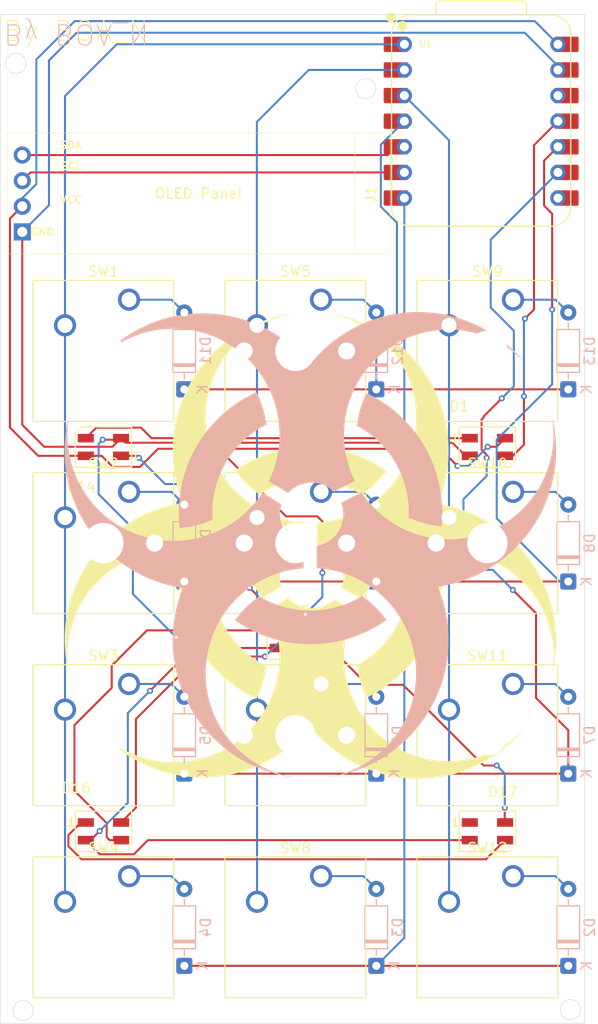
<source format=kicad_pcb>
(kicad_pcb (version 20241229) (generator "pcbnew") (generator_version "9.0")
  (layers (0 "F.Cu" signal) (2 "B.Cu" signal) (13 "F.Paste" user) (15 "B.Paste" user) (5 "F.SilkS" user "F.Silkscreen") (7 "B.SilkS" user "B.Silkscreen") (1 "F.Mask" user) (3 "B.Mask" user) (25 "Edge.Cuts" user))
  (net 0 "")
  (net 1 "Net-(D1-DOUT)")
  (net 2 "GND")
  (net 3 "+5V")
  (net 4 "NeoPixel_Input")
  (net 5 "Row_4")
  (net 6 "Net-(D2-A)")
  (net 7 "Net-(D3-A)")
  (net 8 "Net-(D4-A)")
  (net 9 "Row_3")
  (net 10 "Net-(D5-A)")
  (net 11 "Net-(D6-A)")
  (net 12 "Net-(D7-A)")
  (net 13 "Row_2")
  (net 14 "Net-(D8-A)")
  (net 15 "Net-(D9-A)")
  (net 16 "Net-(D10-A)")
  (net 17 "Net-(D11-A)")
  (net 18 "Row_1")
  (net 19 "Net-(D12-A)")
  (net 20 "Net-(D13-A)")
  (net 21 "Net-(D14-DOUT)")
  (net 22 "Net-(D15-DOUT)")
  (net 23 "SDA")
  (net 24 "SCL")
  (net 25 "Net-(D16-DOUT)")
  (net 27 "Col_1")
  (net 28 "Col_2")
  (net 29 "Col_3")
  (footprint "Button_Switch_Keyboard:SW_Cherry_MX_1.00u_PCB" (layer "F.Cu") (at 185.315 94.77)
    (property "Reference" "SW2")
    (property "Value" "SW_Push")
  )
  (footprint "Button_Switch_Keyboard:SW_Cherry_MX_1.00u_PCB" (layer "F.Cu") (at 185.315 75.72)
    (property "Reference" "SW1")
    (property "Value" "SW_Push")
  )
  (footprint "LED_SMD:LED_SK6812MINI_PLCC4_3.5x3.5mm_P1.75mm" (layer "F.Cu") (at 182.779 128.425)
    (property "Reference" "D16")
    (property "Value" "SK6812MINI")
  )
  (footprint "LED_SMD:LED_SK6812MINI_PLCC4_3.5x3.5mm_P1.75mm" (layer "F.Cu") (at 220.879 128.425)
    (property "Reference" "D17")
    (property "Value" "SK6812MINI")
  )
  (footprint "LED_SMD:LED_SK6812MINI_PLCC4_3.5x3.5mm_P1.75mm" (layer "F.Cu") (at 182.775 90.325 180)
    (property "Reference" "D14")
    (property "Value" "SK6812MINI")
  )
  (footprint "LED_SMD:LED_SK6812MINI_PLCC4_3.5x3.5mm_P1.75mm" (layer "F.Cu") (at 201.825 109.375)
    (property "Reference" "D15")
    (property "Value" "SK6812MINI" (hide yes))
  )
  (footprint "LED_SMD:LED_SK6812MINI_PLCC4_3.5x3.5mm_P1.75mm" (layer "F.Cu") (at 220.875 90.325)
    (property "Reference" "D1")
    (property "Value" "SK6812MINI")
  )
  (footprint "Button_Switch_Keyboard:SW_Cherry_MX_1.00u_PCB" (layer "F.Cu") (at 223.415 94.77)
    (property "Reference" "SW10")
    (property "Value" "SW_Push")
  )
  (footprint "OPL_LIB:XIAO-RP2040-DIP" (layer "F.Cu") (at 220.255 58.025)
    (property "Reference" "U1")
    (property "Value" "XIAO-RP2040-DIP")
  )
  (footprint "Button_Switch_Keyboard:SW_Cherry_MX_1.00u_PCB" (layer "F.Cu") (at 223.415 113.82)
    (property "Reference" "SW11")
    (property "Value" "SW_Push")
  )
  (footprint "OLED_SCREEN:SSD1306-0.91-OLED-4pin-128x32" (layer "F.Cu") (at 211.225 71.195 180)
    (property "Reference" "J1")
    (property "Value" "Conn_01x04_Pin")
  )
  (footprint "Button_Switch_Keyboard:SW_Cherry_MX_1.00u_PCB" (layer "F.Cu") (at 223.415 75.72)
    (property "Reference" "SW9")
    (property "Value" "SW_Push")
  )
  (footprint "Button_Switch_Keyboard:SW_Cherry_MX_1.00u_PCB" (layer "F.Cu") (at 204.365 94.77)
    (property "Reference" "SW6")
    (property "Value" "SW_Push")
  )
  (footprint "Button_Switch_Keyboard:SW_Cherry_MX_1.00u_PCB" (layer "F.Cu") (at 204.369 132.87)
    (property "Reference" "SW8")
    (property "Value" "SW_Push")
  )
  (footprint "Button_Switch_Keyboard:SW_Cherry_MX_1.00u_PCB" (layer "F.Cu") (at 223.419 132.87)
    (property "Reference" "SW12")
    (property "Value" "SW_Push")
  )
  (footprint "Button_Switch_Keyboard:SW_Cherry_MX_1.00u_PCB" (layer "F.Cu") (at 204.365 113.82)
    (property "Reference" "SW7")
    (property "Value" "SW_Push")
  )
  (footprint "Button_Switch_Keyboard:SW_Cherry_MX_1.00u_PCB" (layer "F.Cu") (at 204.365 75.72)
    (property "Reference" "SW5")
    (property "Value" "SW_Push")
  )
  (footprint "Button_Switch_Keyboard:SW_Cherry_MX_1.00u_PCB" (layer "F.Cu") (at 185.319 132.87)
    (property "Reference" "SW4")
    (property "Value" "SW_Push")
  )
  (footprint "Button_Switch_Keyboard:SW_Cherry_MX_1.00u_PCB" (layer "F.Cu") (at 185.315 113.82)
    (property "Reference" "SW3")
    (property "Value" "SW_Push")
  )
  (footprint "Diode_THT:D_DO-35_SOD27_P7.62mm_Horizontal" (layer "B.Cu") (at 228.9 122.71 90)
    (property "Reference" "D7")
    (property "Value" "1N4148")
  )
  (footprint "Diode_THT:D_DO-35_SOD27_P7.62mm_Horizontal" (layer "B.Cu") (at 209.85 122.71 90)
    (property "Reference" "D6")
    (property "Value" "1N4148")
  )
  (footprint "Diode_THT:D_DO-35_SOD27_P7.62mm_Horizontal" (layer "B.Cu") (at 190.804 141.76 90)
    (property "Reference" "D4")
    (property "Value" "1N4148")
  )
  (footprint "Diode_THT:D_DO-35_SOD27_P7.62mm_Horizontal" (layer "B.Cu") (at 209.85 103.66 90)
    (property "Reference" "D9")
    (property "Value" "1N4148")
  )
  (footprint "Diode_THT:D_DO-35_SOD27_P7.62mm_Horizontal" (layer "B.Cu") (at 190.8 103.66 90)
    (property "Reference" "D10")
    (property "Value" "1N4148")
  )
  (footprint "Diode_THT:D_DO-35_SOD27_P7.62mm_Horizontal" (layer "B.Cu") (at 190.8 122.71 90)
    (property "Reference" "D5")
    (property "Value" "1N4148")
  )
  (footprint "Diode_THT:D_DO-35_SOD27_P7.62mm_Horizontal" (layer "B.Cu") (at 209.854 141.76 90)
    (property "Reference" "D3")
    (property "Value" "1N4148")
  )
  (footprint "Diode_THT:D_DO-35_SOD27_P7.62mm_Horizontal" (layer "B.Cu") (at 228.904 141.76 90)
    (property "Reference" "D2")
    (property "Value" "1N4148")
  )
  (footprint "Diode_THT:D_DO-35_SOD27_P7.62mm_Horizontal" (layer "B.Cu") (at 228.9 84.61 90)
    (property "Reference" "D13")
    (property "Value" "1N4148")
  )
  (footprint "Diode_THT:D_DO-35_SOD27_P7.62mm_Horizontal" (layer "B.Cu") (at 228.9 103.66 90)
    (property "Reference" "D8")
    (property "Value" "1N4148")
  )
  (footprint "Diode_THT:D_DO-35_SOD27_P7.62mm_Horizontal" (layer "B.Cu") (at 190.8 84.61 90)
    (property "Reference" "D11")
    (property "Value" "1N4148")
  )
  (footprint "Diode_THT:D_DO-35_SOD27_P7.62mm_Horizontal" (layer "B.Cu") (at 209.85 84.61 90)
    (property "Reference" "D12")
    (property "Value" "1N4148")
  )
  (gr_poly (pts (xy 203.85121 90.295983) (xy 204.369734 90.32665) (xy 204.882711 90.377292) (xy 205.389741 90.447527) (xy 205.890423 90.536969) (xy 206.384355 90.645235) (xy 206.871137 90.771943) (xy 207.350366 90.916707) (xy 207.821642 91.079145) (xy 208.284565 91.258872) (xy 208.738732 91.455506) (xy 209.183742 91.668661) (xy 209.619195 91.897955) (xy 210.044689 92.143004) (xy 210.459823 92.403424) (xy 210.864196 92.678832) (xy 210.828479 92.726456) (xy 210.71854 92.876959) (xy 210.606043 93.024857) (xy 210.491035 93.170151) (xy 210.373562 93.31284) (xy 210.25367 93.452924) (xy 210.131407 93.590404) (xy 210.006818 93.725279) (xy 209.87995 93.85755) (xy 209.751391 93.985186) (xy 209.62167 94.109193) (xy 209.49074 94.229667) (xy 209.358554 94.346698) (xy 209.225066 94.460381) (xy 209.090229 94.570808) (xy 208.953998 94.678072) (xy 208.816325 94.782267) (xy 208.797115 94.795103) (xy 208.778179 94.808312) (xy 208.759511 94.821893) (xy 208.741104 94.835845) (xy 208.722953 94.85017) (xy 208.705052 94.864867) (xy 208.687395 94.879936) (xy 208.669976 94.895377) (xy 208.652791 94.91119) (xy 208.635831 94.927375) (xy 208.619093 94.943932) (xy 208.60257 94.960861) (xy 208.586257 94.978163) (xy 208.570147 94.995836) (xy 208.538514 95.032299) (xy 208.526049 95.047802) (xy 208.519608 95.055879) (xy 208.513213 95.064049) (xy 208.507004 95.072219) (xy 208.50112 95.080296) (xy 208.495701 95.088187) (xy 208.493209 95.092034) (xy 208.490886 95.095799) (xy 208.207172 94.924823) (xy 207.917255 94.763277) (xy 207.62135 94.611381) (xy 207.319672 94.469357) (xy 207.012436 94.337425) (xy 206.699857 94.215806) (xy 206.382151 94.104722) (xy 206.059532 94.004393) (xy 205.732216 93.91504) (xy 205.400417 93.836884) (xy 205.064351 93.770146) (xy 204.724233 93.715047) (xy 204.380278 93.671807) (xy 204.032701 93.640648) (xy 203.681717 93.621791) (xy 203.327541 93.615456) (xy 202.976296 93.621698) (xy 202.62815 93.640276) (xy 202.283318 93.67097) (xy 201.942014 93.713559) (xy 201.604455 93.767821) (xy 201.270854 93.833536) (xy 200.941428 93.910482) (xy 200.61639 93.99844) (xy 200.295957 94.097188) (xy 199.980344 94.206505) (xy 199.669765 94.32617) (xy 199.364436 94.455963) (xy 199.064572 94.595661) (xy 198.770387 94.745046) (xy 198.482098 94.903895) (xy 198.199918 95.071987) (xy 198.185548 95.052035) (xy 198.170719 95.032362) (xy 198.155436 95.012968) (xy 198.139705 94.993853) (xy 198.123533 94.975017) (xy 198.106924 94.95646) (xy 198.089885 94.938182) (xy 198.072422 94.920183) (xy 198.05454 94.902464) (xy 198.036246 94.885023) (xy 198.017545 94.867861) (xy 197.998442 94.850978) (xy 197.978944 94.834374) (xy 197.959057 94.818049) (xy 197.938786 94.802004) (xy 197.918137 94.786237) (xy 197.767999 94.6735) (xy 197.621163 94.55853) (xy 197.477582 94.441328) (xy 197.337211 94.321893) (xy 197.200003 94.200226) (xy 197.06591 94.076326) (xy 196.934887 93.950194) (xy 196.806887 93.82183) (xy 196.680205 93.689567) (xy 196.556174 93.554746) (xy 196.43484 93.417414) (xy 196.316251 93.277616) (xy 196.200452 93.1354) (xy 196.08749 92.990812) (xy 195.977411 92.843898) (xy 195.870263 92.694706) (xy 195.834543 92.647081) (xy 196.237292 92.375301) (xy 196.650547 92.118316) (xy 197.073928 91.876504) (xy 197.50706 91.650244) (xy 197.949563 91.439913) (xy 198.401059 91.245889) (xy 198.861171 91.06855) (xy 199.329522 90.908274) (xy 199.805732 90.765438) (xy 200.289424 90.640422) (xy 200.780221 90.533602) (xy 201.277743 90.445356) (xy 201.781615 90.376063) (xy 202.291457 90.3261) (xy 202.806891 90.295845) (xy 203.327541 90.285676)) (fill yes) (layer "F.SilkS"))
  (gr_poly (pts (xy 216.341941 102.141021) (xy 216.356452 102.312786) (xy 216.368731 102.485016) (xy 216.378777 102.657758) (xy 216.38659 102.831058) (xy 216.392171 103.004962) (xy 216.39552 103.179517) (xy 216.396636 103.35477) (xy 216.361054 104.326713) (xy 216.255971 105.279319) (xy 216.083879 106.21009) (xy 215.847275 107.116525) (xy 215.54865 107.996124) (xy 215.190501 108.846388) (xy 214.77532 109.664817) (xy 214.305601 110.44891) (xy 213.783839 111.196169) (xy 213.212528 111.904093) (xy 212.594162 112.570182) (xy 211.931234 113.191937) (xy 211.226239 113.766857) (xy 210.481671 114.292443) (xy 209.700023 114.766194) (xy 208.88379 115.185612) (xy 208.852042 115.114175) (xy 208.772039 114.948239) (xy 208.69571 114.780862) (xy 208.623009 114.612089) (xy 208.553889 114.441967) (xy 208.488303 114.270543) (xy 208.426206 114.097864) (xy 208.36755 113.923975) (xy 208.31229 113.748924) (xy 208.260564 113.574058) (xy 208.212513 113.397751) (xy 208.16809 113.220049) (xy 208.127247 113.040998) (xy 208.089939 112.860645) (xy 208.05612 112.679036) (xy 208.025742 112.496217) (xy 207.998759 112.312235) (xy 207.993744 112.278004) (xy 207.987659 112.243773) (xy 207.980552 112.209543) (xy 207.972467 112.175312) (xy 207.963452 112.141082) (xy 207.953553 112.106852) (xy 207.942817 112.072621) (xy 207.93129 112.03839) (xy 207.899541 111.959016) (xy 208.18535 111.800699) (xy 208.465189 111.633214) (xy 208.738854 111.456762) (xy 209.006141 111.271547) (xy 209.266847 111.077772) (xy 209.520768 110.875638) (xy 209.767702 110.66535) (xy 210.007444 110.447109) (xy 210.239791 110.221119) (xy 210.46454 109.987582) (xy 210.681487 109.746701) (xy 210.890429 109.498679) (xy 211.091162 109.243718) (xy 211.283482 108.982021) (xy 211.467187 108.713791) (xy 211.642073 108.439231) (xy 211.807936 108.158544) (xy 211.964573 107.871931) (xy 212.11178 107.579597) (xy 212.249354 107.281743) (xy 212.377091 106.978573) (xy 212.494788 106.670289) (xy 212.602242 106.357094) (xy 212.699248 106.039191) (xy 212.785605 105.716782) (xy 212.861107 105.39007) (xy 212.925551 105.059259) (xy 212.978735 104.72455) (xy 213.020455 104.386146) (xy 213.050506 104.044251) (xy 213.068686 103.699067) (xy 213.074791 103.350796) (xy 213.073985 103.210898) (xy 213.071318 103.071) (xy 213.066418 102.931101) (xy 213.058915 102.791203) (xy 213.102246 102.784668) (xy 213.145855 102.776878) (xy 213.189651 102.767692) (xy 213.233539 102.756972) (xy 213.277428 102.744578) (xy 213.321223 102.73037) (xy 213.343057 102.722542) (xy 213.364833 102.714208) (xy 213.386539 102.705351) (xy 213.408163 102.695954) (xy 213.572037 102.627314) (xy 213.739119 102.561325) (xy 213.909271 102.498035) (xy 214.082354 102.437488) (xy 214.258227 102.379732) (xy 214.436751 102.324813) (xy 214.617787 102.272778) (xy 214.801195 102.223673) (xy 214.979401 102.179567) (xy 215.15677 102.139461) (xy 215.333209 102.103262) (xy 215.508624 102.070876) (xy 215.682924 102.042211) (xy 215.856014 102.017174) (xy 216.027803 101.995672) (xy 216.198196 101.977611) (xy 216.205683 101.978264) (xy 216.213257 101.978736) (xy 216.220913 101.979034) (xy 216.228644 101.979163) (xy 216.24431 101.978938) (xy 216.260208 101.978109) (xy 216.276292 101.976722) (xy 216.292516 101.974822) (xy 216.308833 101.972458) (xy 216.325197 101.969675)) (fill yes) (layer "F.SilkS"))
  (gr_poly (pts (xy 201.211955 105.376747) (xy 201.328647 105.487904) (xy 201.450908 105.593004) (xy 201.5785 105.691807) (xy 201.711184 105.784075) (xy 201.848723 105.869571) (xy 201.990879 105.948056) (xy 202.137411 106.019291) (xy 202.288083 106.083038) (xy 202.442656 106.139059) (xy 202.600892 106.187115) (xy 202.762552 106.226968) (xy 202.927397 106.25838) (xy 203.09519 106.281112) (xy 203.265693 106.294926) (xy 203.438666 106.299584) (xy 203.599181 106.295569) (xy 203.757639 106.283647) (xy 203.91384 106.264005) (xy 204.067589 106.236828) (xy 204.218686 106.202303) (xy 204.366935 106.160615) (xy 204.512137 106.111951) (xy 204.654096 106.056497) (xy 204.792613 105.994439) (xy 204.92749 105.925963) (xy 205.058531 105.851254) (xy 205.185537 105.770499) (xy 205.30831 105.683884) (xy 205.426654 105.591596) (xy 205.54037 105.493819) (xy 205.649261 105.39074) (xy 205.823886 105.493928) (xy 207.732852 106.462305) (xy 207.518098 106.92233) (xy 207.327618 107.388072) (xy 207.1612 107.858738) (xy 207.018633 108.333531) (xy 206.899704 108.811659) (xy 206.804201 109.292326) (xy 206.731911 109.774739) (xy 206.682623 110.258103) (xy 206.656125 110.741625) (xy 206.652203 111.224509) (xy 206.670646 111.705961) (xy 206.711242 112.185187) (xy 206.773779 112.661394) (xy 206.858044 113.133786) (xy 206.963824 113.601569) (xy 207.090909 114.063949) (xy 207.239086 114.520132) (xy 207.408142 114.969323) (xy 207.597865 115.410728) (xy 207.808044 115.843554) (xy 208.038465 116.267004) (xy 208.288918 116.680286) (xy 208.559188 117.082606) (xy 208.849066 117.473167) (xy 209.158337 117.851178) (xy 209.48679 118.215842) (xy 209.834213 118.566366) (xy 210.200394 118.901956) (xy 210.58512 119.221817) (xy 210.988179 119.525156) (xy 211.409359 119.811176) (xy 211.848448 120.079086) (xy 212.245659 120.296852) (xy 212.648143 120.495579) (xy 213.05536 120.675412) (xy 213.466768 120.836496) (xy 214.299996 121.102998) (xy 215.143502 121.29625) (xy 215.992962 121.417412) (xy 216.844049 121.467649) (xy 217.692439 121.448123) (xy 218.533806 121.359996) (xy 219.363825 121.204432) (xy 220.178171 120.982592) (xy 220.972517 120.695641) (xy 221.74254 120.34474) (xy 222.483913 119.931052) (xy 223.192311 119.45574) (xy 223.863409 118.919967) (xy 224.492882 118.324895) (xy 224.091371 118.783551) (xy 223.672465 119.221008) (xy 223.236998 119.637044) (xy 222.785808 120.031434) (xy 222.319728 120.403957) (xy 221.839596 120.754389) (xy 221.346246 121.082507) (xy 220.840515 121.388088) (xy 220.323239 121.670908) (xy 219.795252 121.930745) (xy 219.25739 122.167376) (xy 218.71049 122.380577) (xy 218.155387 122.570126) (xy 217.592917 122.735799) (xy 217.023915 122.877373) (xy 216.449218 122.994625) (xy 215.86966 123.087332) (xy 215.286078 123.155271) (xy 214.699306 123.198219) (xy 214.110182 123.215952) (xy 213.519541 123.208248) (xy 212.928218 123.174884) (xy 212.337049 123.115636) (xy 211.74687 123.030281) (xy 211.158516 122.918597) (xy 210.572823 122.780359) (xy 209.990627 122.615346) (xy 209.412764 122.423334) (xy 208.840069 122.204099) (xy 208.273379 121.957419) (xy 207.713527 121.683071) (xy 207.161352 121.380831) (xy 206.873934 121.210397) (xy 206.592139 121.034039) (xy 206.316006 120.851878) (xy 206.045576 120.664038) (xy 205.78089 120.47064) (xy 205.521988 120.271806) (xy 205.268911 120.067659) (xy 205.021701 119.85832) (xy 204.780397 119.643911) (xy 204.54504 119.424555) (xy 204.315671 119.200374) (xy 204.092331 118.97149) (xy 203.875061 118.738024) (xy 203.6639 118.500099) (xy 203.45889 118.257838) (xy 203.260072 118.011362) (xy 202.860764 118.483945) (xy 202.44328 118.934902) (xy 202.008487 119.364) (xy 201.557253 119.771006) (xy 201.090448 120.155688) (xy 200.60894 120.517813) (xy 200.113597 120.857149) (xy 199.605287 121.173463) (xy 199.084879 121.466523) (xy 198.553242 121.736095) (xy 198.011243 121.981949) (xy 197.459751 122.20385) (xy 196.899635 122.401566) (xy 196.331763 122.574866) (xy 195.757003 122.723516) (xy 195.176224 122.847284) (xy 194.590294 122.945936) (xy 194.000081 123.019242) (xy 193.406455 123.066968) (xy 192.810283 123.088881) (xy 192.212434 123.08475) (xy 191.613776 123.054341) (xy 191.015177 122.997422) (xy 190.417506 122.91376) (xy 189.821632 122.803124) (xy 189.228423 122.665279) (xy 188.638747 122.499995) (xy 188.053472 122.307038) (xy 187.473468 122.086175) (xy 186.899602 121.837175) (xy 186.332743 121.559804) (xy 185.773759 121.25383) (xy 185.371396 121.012613) (xy 184.980009 120.759535) (xy 184.599784 120.495017) (xy 184.230907 120.219475) (xy 183.873565 119.93333) (xy 183.527943 119.636999) (xy 183.194227 119.330901) (xy 182.872603 119.015455) (xy 183.057886 119.171344) (xy 183.247588 119.323467) (xy 183.441661 119.471776) (xy 183.64006 119.616224) (xy 183.842738 119.756767) (xy 184.049647 119.893355) (xy 184.260743 120.025945) (xy 184.475978 120.154488) (xy 184.951357 120.413315) (xy 185.434064 120.645248) (xy 185.923197 120.85053) (xy 186.417852 121.029404) (xy 186.917126 121.182114) (xy 187.420115 121.308903) (xy 187.925917 121.410015) (xy 188.433628 121.485694) (xy 188.942345 121.536182) (xy 189.451164 121.561723) (xy 189.959182 121.562561) (xy 190.465496 121.538939) (xy 190.969203 121.4911) (xy 191.469399 121.419288) (xy 191.965181 121.323747) (xy 192.455646 121.204719) (xy 192.93989 121.062448) (xy 193.41701 120.897178) (xy 193.886104 120.709153) (xy 194.346266 120.498615) (xy 194.796596 120.265807) (xy 195.236188 120.010975) (xy 195.66414 119.73436) (xy 196.079548 119.436207) (xy 196.481509 119.116758) (xy 196.869121 118.776258) (xy 197.241479 118.414949) (xy 197.59768 118.033075) (xy 197.936821 117.63088) (xy 198.257999 117.208607) (xy 198.56031 116.7665) (xy 198.842851 116.304801) (xy 199.161842 115.710017) (xy 199.438986 115.104076) (xy 199.67476 114.488752) (xy 199.869642 113.865818) (xy 200.024107 113.237047) (xy 200.138633 112.604213) (xy 200.213697 111.969088) (xy 200.249774 111.333446) (xy 200.247342 110.69906) (xy 200.206877 110.067702) (xy 200.128857 109.441147) (xy 200.013757 108.821167) (xy 199.862055 108.209535) (xy 199.674228 107.608024) (xy 199.450751 107.018409) (xy 199.192102 106.44246) (xy 201.101071 105.259771)) (fill yes) (layer "F.SilkS"))
  (gr_poly (pts (xy 205.731237 77.20112) (xy 206.347311 77.324689) (xy 206.953089 77.475496) (xy 207.547901 77.652867) (xy 208.131073 77.856132) (xy 208.701935 78.08462) (xy 209.259815 78.337658) (xy 209.804042 78.614576) (xy 210.333944 78.914701) (xy 210.84885 79.237363) (xy 211.348088 79.58189) (xy 211.830988 79.947611) (xy 212.296876 80.333853) (xy 212.745083 80.739946) (xy 213.174936 81.165218) (xy 213.585764 81.608998) (xy 213.976895 82.070613) (xy 214.347659 82.549394) (xy 214.697383 83.044667) (xy 215.025397 83.555762) (xy 215.331028 84.082008) (xy 215.613605 84.622732) (xy 215.872457 85.177264) (xy 216.106912 85.744931) (xy 216.316298 86.325063) (xy 216.499946 86.916987) (xy 216.657182 87.520033) (xy 216.787335 88.133529) (xy 216.889734 88.756804) (xy 216.963708 89.389185) (xy 217.008584 90.030002) (xy 217.023692 90.678583) (xy 217.019291 91.029521) (xy 217.006151 91.378308) (xy 216.984372 91.724839) (xy 216.954053 92.06901) (xy 216.915293 92.410716) (xy 216.86819 92.749852) (xy 216.812844 93.086315) (xy 216.749353 93.419998) (xy 216.677815 93.750797) (xy 216.598331 94.078609) (xy 216.510998 94.403328) (xy 216.415915 94.724849) (xy 216.313182 95.043068) (xy 216.202897 95.35788) (xy 216.085159 95.669181) (xy 215.960067 95.976866) (xy 216.273887 96.025939) (xy 216.587208 96.082402) (xy 216.8999 96.146294) (xy 217.211836 96.217657) (xy 217.522889 96.296531) (xy 217.83293 96.382957) (xy 218.141832 96.476975) (xy 218.449466 96.578627) (xy 218.755705 96.687953) (xy 219.060421 96.804993) (xy 219.363486 96.929788) (xy 219.664771 97.06238) (xy 219.96415 97.202808) (xy 220.261494 97.351114) (xy 220.556676 97.507338) (xy 220.849567 97.671521) (xy 221.348785 97.973822) (xy 221.83057 98.293896) (xy 222.294741 98.631077) (xy 222.741118 98.984697) (xy 223.169523 99.354089) (xy 223.579775 99.738587) (xy 223.971696 100.137523) (xy 224.345105 100.550229) (xy 224.699824 100.97604) (xy 225.035672 101.414287) (xy 225.352471 101.864304) (xy 225.65004 102.325424) (xy 225.928201 102.796978) (xy 226.186774 103.278301) (xy 226.425579 103.768726) (xy 226.644437 104.267584) (xy 226.843168 104.774209) (xy 227.021593 105.287935) (xy 227.179532 105.808093) (xy 227.316806 106.334016) (xy 227.433236 106.865038) (xy 227.528641 107.400492) (xy 227.602843 107.93971) (xy 227.655662 108.482025) (xy 227.686918 109.02677) (xy 227.696432 109.573278) (xy 227.684024 110.120882) (xy 227.649516 110.668914) (xy 227.592726 111.216709) (xy 227.513477 111.763597) (xy 227.411588 112.308914) (xy 227.28688 112.85199) (xy 227.392561 112.068142) (xy 227.437855 111.283055) (xy 227.423677 110.500142) (xy 227.350939 109.722816) (xy 227.220552 108.95449) (xy 227.033431 108.198576) (xy 226.790487 107.458486) (xy 226.492635 106.737634) (xy 226.140785 106.039431) (xy 225.735851 105.367291) (xy 225.278746 104.724626) (xy 224.770383 104.114849) (xy 224.211674 103.541371) (xy 223.603532 103.007607) (xy 222.946869 102.516967) (xy 222.242599 102.072866) (xy 221.790248 101.826287) (xy 221.331159 101.604332) (xy 220.866128 101.406786) (xy 220.395952 101.233437) (xy 219.921428 101.084072) (xy 219.443352 100.958478) (xy 218.96252 100.856442) (xy 218.479728 100.777752) (xy 217.995774 100.722193) (xy 217.511454 100.689554) (xy 217.027564 100.679622) (xy 216.544901 100.692183) (xy 216.064261 100.727025) (xy 215.58644 100.783934) (xy 215.112235 100.862698) (xy 214.642443 100.963104) (xy 214.17786 101.084939) (xy 213.719283 101.22799) (xy 213.267507 101.392044) (xy 212.82333 101.576889) (xy 212.387547 101.78231) (xy 211.960956 102.008096) (xy 211.544353 102.254033) (xy 211.138534 102.519908) (xy 210.744296 102.805509) (xy 210.362434 103.110623) (xy 209.993747 103.435037) (xy 209.639029 103.778537) (xy 209.299079 104.140911) (xy 208.974691 104.521946) (xy 208.666662 104.921429) (xy 208.37579 105.339147) (xy 207.653476 104.970055) (xy 206.363633 104.30727) (xy 206.389674 104.239884) (xy 206.414204 104.17169) (xy 206.437198 104.102716) (xy 206.458635 104.032993) (xy 206.478491 103.962548) (xy 206.496741 103.891412) (xy 206.513364 103.819613) (xy 206.528336 103.747181) (xy 206.541634 103.674143) (xy 206.553234 103.600531) (xy 206.563113 103.526371) (xy 206.571248 103.451695) (xy 206.577616 103.37653) (xy 206.582193 103.300906) (xy 206.584956 103.224851) (xy 206.585883 103.148396) (xy 206.582535 103.001882) (xy 206.572591 102.857117) (xy 206.556196 102.714244) (xy 206.533498 102.573408) (xy 206.504644 102.434751) (xy 206.469779 102.298419) (xy 206.429052 102.164554) (xy 206.382608 102.033301) (xy 206.330595 101.904804) (xy 206.273159 101.779206) (xy 206.210448 101.656652) (xy 206.142607 101.537285) (xy 206.069784 101.421249) (xy 205.992126 101.308688) (xy 205.909779 101.199747) (xy 205.82289 101.094568) (xy 205.731606 100.993296) (xy 205.636074 100.896074) (xy 205.536441 100.803047) (xy 205.432852 100.714358) (xy 205.325456 100.630152) (xy 205.214399 100.550572) (xy 205.099827 100.475762) (xy 204.981888 100.405866) (xy 204.860728 100.341027) (xy 204.736494 100.281391) (xy 204.609333 100.2271) (xy 204.479391 100.178298) (xy 204.346817 100.13513) (xy 204.211755 100.097739) (xy 204.074353 100.066269) (xy 203.934759 100.040864) (xy 203.934759 97.822333) (xy 204.569621 97.767301) (xy 205.199014 97.67397) (xy 205.821093 97.542827) (xy 206.434015 97.37436) (xy 207.035939 97.169059) (xy 207.62502 96.927411) (xy 208.199416 96.649905) (xy 208.757283 96.337028) (xy 209.29678 95.989271) (xy 209.816063 95.60712) (xy 210.31329 95.191064) (xy 210.786616 94.741591) (xy 211.2342 94.25919) (xy 211.654199 93.74435) (xy 212.044769 93.197558) (xy 212.404067 92.619302) (xy 212.660778 92.147306) (xy 212.890823 91.668044) (xy 213.094442 91.182414) (xy 213.271875 90.691311) (xy 213.423362 90.195634) (xy 213.549143 89.696277) (xy 213.649457 89.194139) (xy 213.724545 88.690116) (xy 213.774646 88.185104) (xy 213.8 87.680001) (xy 213.800846 87.175703) (xy 213.777425 86.673107) (xy 213.729977 86.17311) (xy 213.658741 85.676608) (xy 213.563957 85.184498) (xy 213.445864 84.697677) (xy 213.304703 84.217042) (xy 213.140714 83.743489) (xy 212.954136 83.277916) (xy 212.745209 82.821218) (xy 212.514173 82.374293) (xy 212.261268 81.938038) (xy 211.986733 81.513348) (xy 211.690809 81.101122) (xy 211.373735 80.702255) (xy 211.035751 80.317644) (xy 210.677096 79.948187) (xy 210.298011 79.594779) (xy 209.898736 79.258319) (xy 209.47951 78.939701) (xy 209.040573 78.639824) (xy 208.582164 78.359584) (xy 208.37377 78.242424) (xy 208.163864 78.130543) (xy 207.952516 78.023918) (xy 207.739797 77.922525) (xy 207.525775 77.826341) (xy 207.31052 77.735343) (xy 207.094103 77.649507) (xy 206.876593 77.56881) (xy 206.65806 77.49323) (xy 206.438573 77.422742) (xy 206.218203 77.357323) (xy 205.997019 77.296951) (xy 205.77509 77.241601) (xy 205.552487 77.191252) (xy 205.32928 77.145879) (xy 205.105538 77.105459)) (fill yes) (layer "F.SilkS"))
  (gr_poly (pts (xy 201.23794 77.178726) (xy 200.679082 77.310484) (xy 200.128318 77.472588) (xy 199.586994 77.664679) (xy 199.05646 77.886397) (xy 198.538066 78.137379) (xy 198.033158 78.417267) (xy 197.543088 78.7257) (xy 197.069202 79.062317) (xy 196.61285 79.426758) (xy 196.17538 79.818662) (xy 195.758142 80.23767) (xy 195.362484 80.68342) (xy 194.989755 81.155552) (xy 194.641304 81.653705) (xy 194.318478 82.17752) (xy 194.061768 82.649516) (xy 193.831723 83.128778) (xy 193.628104 83.614408) (xy 193.450671 84.105511) (xy 193.299184 84.601189) (xy 193.173403 85.100545) (xy 193.073088 85.602683) (xy 192.998 86.106706) (xy 192.9479 86.611718) (xy 192.922546 87.116821) (xy 192.921699 87.621119) (xy 192.94512 88.123715) (xy 192.992568 88.623712) (xy 193.063804 89.120214) (xy 193.158589 89.612324) (xy 193.276681 90.099145) (xy 193.417842 90.57978) (xy 193.581831 91.053332) (xy 193.768409 91.518906) (xy 193.977336 91.975604) (xy 194.208372 92.422529) (xy 194.461277 92.858784) (xy 194.735812 93.283474) (xy 195.031737 93.6957) (xy 195.348811 94.094567) (xy 195.686796 94.479178) (xy 196.04545 94.848635) (xy 196.424536 95.202042) (xy 196.823811 95.538503) (xy 197.243038 95.857121) (xy 197.681976 96.156998) (xy 198.140385 96.437239) (xy 198.408895 96.587566) (xy 198.68001 96.729027) (xy 198.953544 96.861687) (xy 199.22931 96.985609) (xy 199.507123 97.100856) (xy 199.786795 97.207494) (xy 200.068143 97.305586) (xy 200.350978 97.395196) (xy 200.635116 97.476388) (xy 200.92037 97.549225) (xy 201.206554 97.613772) (xy 201.493482 97.670094) (xy 201.780969 97.718252) (xy 202.068827 97.758313) (xy 202.356872 97.790339) (xy 202.644916 97.814395) (xy 202.644916 100.104363) (xy 202.519084 100.139679) (xy 202.395417 100.180059) (xy 202.274037 100.225386) (xy 202.155063 100.275539) (xy 202.038614 100.330398) (xy 201.924812 100.389843) (xy 201.813776 100.453755) (xy 201.705625 100.522013) (xy 201.60048 100.594497) (xy 201.49846 100.671088) (xy 201.399686 100.751665) (xy 201.304277 100.83611) (xy 201.212354 100.924301) (xy 201.124035 101.016119) (xy 201.039442 101.111444) (xy 200.958694 101.210157) (xy 200.88191 101.312136) (xy 200.809212 101.417263) (xy 200.740718 101.525417) (xy 200.676548 101.636479) (xy 200.616823 101.750329) (xy 200.561663 101.866846) (xy 200.511187 101.985911) (xy 200.465515 102.107403) (xy 200.424767 102.231204) (xy 200.389063 102.357193) (xy 200.358523 102.48525) (xy 200.333267 102.615255) (xy 200.313415 102.747089) (xy 200.299086 102.880631) (xy 200.290401 103.015762) (xy 200.287479 103.152361) (xy 200.288173 103.217005) (xy 200.290238 103.281439) (xy 200.298393 103.409587) (xy 200.311756 103.536618) (xy 200.330142 103.662347) (xy 200.353366 103.786588) (xy 200.38124 103.909154) (xy 200.413579 104.029861) (xy 200.450197 104.148521) (xy 198.557103 105.3193) (xy 198.388888 105.068417) (xy 198.213186 104.821912) (xy 198.030042 104.579976) (xy 197.839504 104.342801) (xy 197.641617 104.11058) (xy 197.436428 103.883504) (xy 197.223983 103.661765) (xy 197.00433 103.445554) (xy 196.777515 103.235064) (xy 196.543583 103.030487) (xy 196.302582 102.832014) (xy 196.054559 102.639837) (xy 195.799559 102.454147) (xy 195.537629 102.275138) (xy 195.268816 102.103) (xy 194.993166 101.937926) (xy 194.517788 101.679099) (xy 194.03508 101.447166) (xy 193.545948 101.241884) (xy 193.051293 101.06301) (xy 192.552019 100.9103) (xy 192.049029 100.78351) (xy 191.543227 100.682398) (xy 191.035516 100.60672) (xy 190.5268 100.556232) (xy 190.017981 100.53069) (xy 189.509962 100.529853) (xy 189.003648 100.553475) (xy 188.499941 100.601313) (xy 187.999745 100.673125) (xy 187.503963 100.768667) (xy 187.013498 100.887694) (xy 186.529254 101.029965) (xy 186.052134 101.195235) (xy 185.58304 101.38326) (xy 185.122878 101.593799) (xy 184.672548 101.826606) (xy 184.232956 102.081438) (xy 183.805004 102.358053) (xy 183.389596 102.656207) (xy 182.987634 102.975655) (xy 182.600023 103.316156) (xy 182.227665 103.677464) (xy 181.871464 104.059338) (xy 181.532322 104.461533) (xy 181.211144 104.883806) (xy 180.908833 105.325914) (xy 180.626291 105.787612) (xy 180.395115 106.20897) (xy 180.185163 106.636204) (xy 179.996269 107.068683) (xy 179.828263 107.505772) (xy 179.680976 107.946837) (xy 179.554241 108.391245) (xy 179.447888 108.838362) (xy 179.361749 109.287554) (xy 179.295655 109.738188) (xy 179.249438 110.18963) (xy 179.222929 110.641247) (xy 179.215959 111.092404) (xy 179.22836 111.542469) (xy 179.259964 111.990807) (xy 179.310601 112.436784) (xy 179.380104 112.879768) (xy 179.229143 112.244976) (xy 179.108361 111.603429) (xy 179.018077 110.956277) (xy 178.95861 110.304672) (xy 178.930282 109.649764) (xy 178.93341 108.992706) (xy 178.968316 108.334647) (xy 179.035319 107.67674) (xy 179.134738 107.020135) (xy 179.266894 106.365983) (xy 179.432106 105.715435) (xy 179.630693 105.069643) (xy 179.862977 104.429757) (xy 180.129275 103.796929) (xy 180.429909 103.17231) (xy 180.765198 102.557051) (xy 181.192035 101.8655) (xy 181.652795 101.208017) (xy 182.14568 100.58509) (xy 182.668895 99.997207) (xy 183.220644 99.444857) (xy 183.799129 98.928528) (xy 184.402554 98.448708) (xy 185.029123 98.005886) (xy 185.67704 97.60055) (xy 186.344508 97.233189) (xy 187.029731 96.904291) (xy 187.730912 96.614343) (xy 188.446255 96.363835) (xy 189.173963 96.153255) (xy 189.912241 95.983091) (xy 190.659291 95.853832) (xy 190.540665 95.552892) (xy 190.428933 95.248434) (xy 190.324201 94.94057) (xy 190.226574 94.62941) (xy 190.136155 94.315064) (xy 190.053049 93.997643) (xy 189.977362 93.677256) (xy 189.909198 93.354015) (xy 189.848661 93.02803) (xy 189.795856 92.699412) (xy 189.750888 92.36827) (xy 189.713861 92.034716) (xy 189.68488 91.69886) (xy 189.66405 91.360811) (xy 189.651475 91.020682) (xy 189.647261 90.678582) (xy 189.662725 90.022273) (xy 189.708655 89.373916) (xy 189.784355 88.734209) (xy 189.889129 88.103848) (xy 190.022283 87.483529) (xy 190.18312 86.873951) (xy 190.370945 86.275809) (xy 190.585064 85.689801) (xy 190.824779 85.116624) (xy 191.089396 84.556974) (xy 191.37822 84.011549) (xy 191.690554 83.481045) (xy 192.025704 82.966159) (xy 192.382974 82.467588) (xy 192.761668 81.98603) (xy 193.161092 81.52218) (xy 193.580549 81.076736) (xy 194.019345 80.650395) (xy 194.476783 80.243853) (xy 194.952169 79.857809) (xy 195.444806 79.492957) (xy 195.954 79.149996) (xy 196.479055 78.829622) (xy 197.019275 78.532533) (xy 197.573965 78.259424) (xy 198.14243 78.010994) (xy 198.723974 77.787939) (xy 199.317902 77.590955) (xy 199.923518 77.42074) (xy 200.540127 77.27799) (xy 201.167033 77.163404) (xy 201.803541 77.077676)) (fill yes) (layer "F.SilkS"))
  (gr_poly (pts (xy 190.364441 101.809755) (xy 190.378874 101.812227) (xy 190.393121 101.814421) (xy 190.407276 101.816382) (xy 190.435677 101.819793) (xy 190.464823 101.822833) (xy 190.648982 101.839389) (xy 190.832304 101.859294) (xy 191.014696 101.882549) (xy 191.196064 101.909152) (xy 191.376317 101.939104) (xy 191.55536 101.972404) (xy 191.733101 102.009053) (xy 191.909447 102.049051) (xy 192.080972 102.092599) (xy 192.253241 102.13996) (xy 192.426253 102.191228) (xy 192.60001 102.246496) (xy 192.774511 102.305857) (xy 192.949756 102.369404) (xy 193.125745 102.437229) (xy 193.302478 102.509427) (xy 193.302478 102.505458) (xy 193.330763 102.516992) (xy 193.359094 102.527782) (xy 193.387519 102.537827) (xy 193.416083 102.547129) (xy 193.444833 102.555687) (xy 193.473816 102.5635) (xy 193.503078 102.57057) (xy 193.532666 102.576895) (xy 193.612042 102.5888) (xy 193.605151 102.682747) (xy 193.599329 102.777067) (xy 193.590709 102.966823) (xy 193.58581 103.158067) (xy 193.58426 103.350799) (xy 193.609689 104.060327) (xy 193.684812 104.756024) (xy 193.807886 105.436153) (xy 193.977166 106.098974) (xy 194.190909 106.74275) (xy 194.44737 107.365742) (xy 194.744805 107.966212) (xy 195.081471 108.542422) (xy 195.455622 109.092634) (xy 195.865516 109.615108) (xy 196.309407 110.108108) (xy 196.785553 110.569895) (xy 197.292208 110.99873) (xy 197.827629 111.392875) (xy 198.390071 111.750593) (xy 198.977792 112.070144) (xy 198.963296 112.107545) (xy 198.949638 112.145364) (xy 198.93691 112.183648) (xy 198.925205 112.222444) (xy 198.914616 112.261799) (xy 198.905237 112.301757) (xy 198.89716 112.342367) (xy 198.890478 112.383675) (xy 198.863146 112.562268) (xy 198.831815 112.740862) (xy 198.796577 112.919456) (xy 198.757525 113.09805) (xy 198.714752 113.276643) (xy 198.668352 113.455237) (xy 198.618417 113.633831) (xy 198.56504 113.812424) (xy 198.509982 113.981507) (xy 198.451993 114.149333) (xy 198.391121 114.315765) (xy 198.327412 114.480662) (xy 198.260912 114.643885) (xy 198.191668 114.805295) (xy 198.119727 114.964751) (xy 198.045134 115.122115) (xy 198.033592 115.141469) (xy 198.022748 115.16087) (xy 198.012555 115.180364) (xy 198.002967 115.199998) (xy 197.993936 115.219818) (xy 197.985417 115.239871) (xy 197.977364 115.260203) (xy 197.969729 115.280861) (xy 197.547448 115.081544) (xy 197.133609 114.867786) (xy 196.728537 114.639912) (xy 196.332558 114.398249) (xy 195.945996 114.143121) (xy 195.569178 113.874854) (xy 195.202429 113.593775) (xy 194.846075 113.300207) (xy 194.500441 112.994478) (xy 194.165853 112.676912) (xy 193.842636 112.347835) (xy 193.531116 112.007573) (xy 193.231619 111.656451) (xy 192.94447 111.294795) (xy 192.669994 110.92293) (xy 192.408518 110.541182) (xy 192.160366 110.149876) (xy 191.925865 109.749339) (xy 191.70534 109.339895) (xy 191.499116 108.92187) (xy 191.307519 108.49559) (xy 191.130875 108.06138) (xy 190.969509 107.619566) (xy 190.823746 107.170474) (xy 190.693913 106.714428) (xy 190.580335 106.251755) (xy 190.483337 105.78278) (xy 190.403245 105.307828) (xy 190.340384 104.827226) (xy 190.295081 104.341299) (xy 190.26766 103.850371) (xy 190.258447 103.35477) (xy 190.259928 103.158689) (xy 190.264338 102.963352) (xy 190.271633 102.768759) (xy 190.281764 102.57491) (xy 190.294685 102.381805) (xy 190.310351 102.189445) (xy 190.328714 101.997829) (xy 190.349728 101.806957)) (fill yes) (layer "F.SilkS"))
  (gr_poly (pts (xy 201.235599 122.980427) (xy 200.676741 122.848669) (xy 200.125977 122.686565) (xy 199.584653 122.494474) (xy 199.054119 122.272756) (xy 198.535725 122.021774) (xy 198.030817 121.741886) (xy 197.540747 121.433453) (xy 197.066861 121.096836) (xy 196.610509 120.732395) (xy 196.173039 120.340491) (xy 195.755801 119.921483) (xy 195.360143 119.475733) (xy 194.987414 119.003601) (xy 194.638963 118.505448) (xy 194.316137 117.981633) (xy 194.059427 117.509637) (xy 193.829382 117.030375) (xy 193.625763 116.544745) (xy 193.44833 116.053642) (xy 193.296843 115.557964) (xy 193.171062 115.058608) (xy 193.070747 114.55647) (xy 192.995659 114.052447) (xy 192.945559 113.547435) (xy 192.920205 113.042332) (xy 192.919358 112.538034) (xy 192.942779 112.035438) (xy 192.990227 111.535441) (xy 193.061463 111.038939) (xy 193.156248 110.546829) (xy 193.27434 110.060008) (xy 193.415501 109.579373) (xy 193.57949 109.105821) (xy 193.766068 108.640247) (xy 193.974995 108.183549) (xy 194.206031 107.736624) (xy 194.458936 107.300369) (xy 194.733471 106.875679) (xy 195.029396 106.463453) (xy 195.34647 106.064586) (xy 195.684455 105.679975) (xy 196.043109 105.310518) (xy 196.422195 104.957111) (xy 196.82147 104.62065) (xy 197.240697 104.302032) (xy 197.679635 104.002155) (xy 198.138044 103.721914) (xy 198.406554 103.571587) (xy 198.677669 103.430126) (xy 198.951203 103.297466) (xy 199.226969 103.173544) (xy 199.504782 103.058297) (xy 199.784454 102.951659) (xy 200.065802 102.853567) (xy 200.348637 102.763957) (xy 200.632775 102.682765) (xy 200.918029 102.609928) (xy 201.204213 102.545381) (xy 201.491141 102.489059) (xy 201.778628 102.440901) (xy 202.066486 102.40084) (xy 202.354531 102.368814) (xy 202.642575 102.344758) (xy 202.642575 100.05479) (xy 202.516743 100.019474) (xy 202.393076 99.979094) (xy 202.271696 99.933767) (xy 202.152722 99.883614) (xy 202.036273 99.828755) (xy 201.922471 99.76931) (xy 201.811435 99.705398) (xy 201.703284 99.63714) (xy 201.598139 99.564656) (xy 201.496119 99.488065) (xy 201.397345 99.407488) (xy 201.301936 99.323043) (xy 201.210013 99.234852) (xy 201.121694 99.143034) (xy 201.037101 99.047709) (xy 200.956353 98.948996) (xy 200.879569 98.847017) (xy 200.806871 98.74189) (xy 200.738377 98.633736) (xy 200.674207 98.522674) (xy 200.614482 98.408824) (xy 200.559322 98.292307) (xy 200.508846 98.173242) (xy 200.463174 98.05175) (xy 200.422426 97.927949) (xy 200.386722 97.80196) (xy 200.356182 97.673903) (xy 200.330926 97.543898) (xy 200.311074 97.412064) (xy 200.296745 97.278522) (xy 200.28806 97.143391) (xy 200.285138 97.006792) (xy 200.285832 96.942148) (xy 200.287897 96.877714) (xy 200.296052 96.749566) (xy 200.309415 96.622535) (xy 200.327801 96.496806) (xy 200.351025 96.372565) (xy 200.378899 96.249999) (xy 200.411238 96.129292) (xy 200.447856 96.010632) (xy 198.554762 94.839853) (xy 198.386547 95.090736) (xy 198.210845 95.337241) (xy 198.027701 95.579177) (xy 197.837163 95.816352) (xy 197.639276 96.048573) (xy 197.434087 96.275649) (xy 197.221642 96.497388) (xy 197.001989 96.713599) (xy 196.775174 96.924089) (xy 196.541242 97.128666) (xy 196.300241 97.327139) (xy 196.052218 97.519316) (xy 195.797218 97.705006) (xy 195.535288 97.884015) (xy 195.266475 98.056153) (xy 194.990825 98.221227) (xy 194.515447 98.480054) (xy 194.032739 98.711987) (xy 193.543607 98.917269) (xy 193.048952 99.096143) (xy 192.549678 99.248853) (xy 192.046688 99.375643) (xy 191.540886 99.476755) (xy 191.033175 99.552433) (xy 190.524459 99.602921) (xy 190.01564 99.628463) (xy 189.507621 99.6293) (xy 189.001307 99.605678) (xy 188.4976 99.55784) (xy 187.997404 99.486028) (xy 187.501622 99.390486) (xy 187.011157 99.271459) (xy 186.526913 99.129188) (xy 186.049793 98.963918) (xy 185.580699 98.775893) (xy 185.120537 98.565354) (xy 184.670207 98.332547) (xy 184.230615 98.077715) (xy 183.802663 97.8011) (xy 183.387255 97.502946) (xy 182.985293 97.183498) (xy 182.597682 96.842997) (xy 182.225324 96.481689) (xy 181.869123 96.099815) (xy 181.529981 95.69762) (xy 181.208803 95.275347) (xy 180.906492 94.833239) (xy 180.62395 94.371541) (xy 180.392774 93.950183) (xy 180.182822 93.522949) (xy 179.993928 93.09047) (xy 179.825922 92.653381) (xy 179.678635 92.212316) (xy 179.5519 91.767908) (xy 179.445547 91.320791) (xy 179.359408 90.871599) (xy 179.293314 90.420965) (xy 179.247097 89.969523) (xy 179.220588 89.517906) (xy 179.213618 89.066749) (xy 179.226019 88.616684) (xy 179.257623 88.168346) (xy 179.30826 87.722369) (xy 179.377763 87.279385) (xy 179.226802 87.914177) (xy 179.10602 88.555724) (xy 179.015736 89.202876) (xy 178.956269 89.854481) (xy 178.927941 90.509389) (xy 178.931069 91.166447) (xy 178.965975 91.824506) (xy 179.032978 92.482413) (xy 179.132397 93.139018) (xy 179.264553 93.79317) (xy 179.429765 94.443718) (xy 179.628352 95.08951) (xy 179.860636 95.729396) (xy 180.126934 96.362224) (xy 180.427568 96.986843) (xy 180.762857 97.602102) (xy 181.189694 98.293653) (xy 181.650454 98.951136) (xy 182.143339 99.574063) (xy 182.666554 100.161946) (xy 183.218303 100.714296) (xy 183.796788 101.230625) (xy 184.400213 101.710445) (xy 185.026782 102.153267) (xy 185.674699 102.558603) (xy 186.342167 102.925964) (xy 187.02739 103.254862) (xy 187.728571 103.54481) (xy 188.443914 103.795318) (xy 189.171622 104.005898) (xy 189.9099 104.176062) (xy 190.65695 104.305321) (xy 190.538324 104.606261) (xy 190.426592 104.910719) (xy 190.32186 105.218583) (xy 190.224233 105.529743) (xy 190.133814 105.844089) (xy 190.050708 106.16151) (xy 189.975021 106.481897) (xy 189.906857 106.805138) (xy 189.84632 107.131123) (xy 189.793515 107.459741) (xy 189.748547 107.790883) (xy 189.71152 108.124437) (xy 189.682539 108.460293) (xy 189.661709 108.798342) (xy 189.649134 109.138471) (xy 189.64492 109.480571) (xy 189.660384 110.13688) (xy 189.706314 110.785237) (xy 189.782014 111.424944) (xy 189.886788 112.055305) (xy 190.019942 112.675624) (xy 190.180779 113.285202) (xy 190.368604 113.883344) (xy 190.582723 114.469352) (xy 190.822438 115.042529) (xy 191.087055 115.602179) (xy 191.375879 116.147604) (xy 191.688213 116.678108) (xy 192.023363 117.192994) (xy 192.380633 117.691565) (xy 192.759327 118.173123) (xy 193.158751 118.636973) (xy 193.578208 119.082417) (xy 194.017004 119.508758) (xy 194.474442 119.9153) (xy 194.949828 120.301344) (xy 195.442465 120.666196) (xy 195.951659 121.009157) (xy 196.476714 121.329531) (xy 197.016934 121.62662) (xy 197.571624 121.899729) (xy 198.140089 122.148159) (xy 198.721633 122.371214) (xy 199.315561 122.568198) (xy 199.921177 122.738413) (xy 200.537786 122.881163) (xy 201.164692 122.995749) (xy 201.8012 123.081477)) (fill yes) (layer "B.SilkS"))
  (gr_poly (pts (xy 201.209614 94.782406) (xy 201.326306 94.671249) (xy 201.448567 94.566149) (xy 201.576159 94.467346) (xy 201.708843 94.375078) (xy 201.846382 94.289582) (xy 201.988538 94.211097) (xy 202.13507 94.139862) (xy 202.285742 94.076115) (xy 202.440315 94.020094) (xy 202.598551 93.972038) (xy 202.760211 93.932185) (xy 202.925056 93.900773) (xy 203.092849 93.878041) (xy 203.263352 93.864227) (xy 203.436325 93.859569) (xy 203.59684 93.863584) (xy 203.755298 93.875506) (xy 203.911499 93.895148) (xy 204.065248 93.922325) (xy 204.216345 93.95685) (xy 204.364594 93.998538) (xy 204.509796 94.047202) (xy 204.651755 94.102656) (xy 204.790272 94.164714) (xy 204.925149 94.23319) (xy 205.05619 94.307899) (xy 205.183196 94.388654) (xy 205.305969 94.475269) (xy 205.424313 94.567557) (xy 205.538029 94.665334) (xy 205.64692 94.768413) (xy 205.821545 94.665225) (xy 207.730511 93.696848) (xy 207.515757 93.236823) (xy 207.325277 92.771081) (xy 207.158859 92.300415) (xy 207.016292 91.825622) (xy 206.897363 91.347494) (xy 206.80186 90.866827) (xy 206.72957 90.384414) (xy 206.680282 89.90105) (xy 206.653784 89.417528) (xy 206.649862 88.934644) (xy 206.668305 88.453192) (xy 206.708901 87.973966) (xy 206.771438 87.497759) (xy 206.855703 87.025367) (xy 206.961483 86.557584) (xy 207.088568 86.095204) (xy 207.236745 85.639021) (xy 207.405801 85.18983) (xy 207.595524 84.748425) (xy 207.805703 84.315599) (xy 208.036124 83.892149) (xy 208.286577 83.478867) (xy 208.556847 83.076547) (xy 208.846725 82.685986) (xy 209.155996 82.307975) (xy 209.484449 81.943311) (xy 209.831872 81.592787) (xy 210.198053 81.257197) (xy 210.582779 80.937336) (xy 210.985838 80.633997) (xy 211.407018 80.347977) (xy 211.846107 80.080067) (xy 212.243318 79.862301) (xy 212.645802 79.663574) (xy 213.053019 79.483741) (xy 213.464427 79.322657) (xy 214.297655 79.056155) (xy 215.141161 78.862903) (xy 215.990621 78.741741) (xy 216.841708 78.691504) (xy 217.690098 78.71103) (xy 218.531465 78.799157) (xy 219.361484 78.954721) (xy 220.17583 79.176561) (xy 220.970176 79.463512) (xy 221.740199 79.814413) (xy 222.481572 80.228101) (xy 223.18997 80.703413) (xy 223.861068 81.239186) (xy 224.490541 81.834258) (xy 224.08903 81.375602) (xy 223.670124 80.938145) (xy 223.234657 80.522109) (xy 222.783467 80.127719) (xy 222.317387 79.755196) (xy 221.837255 79.404764) (xy 221.343905 79.076646) (xy 220.838174 78.771065) (xy 220.320898 78.488245) (xy 219.792911 78.228408) (xy 219.255049 77.991777) (xy 218.708149 77.778576) (xy 218.153046 77.589027) (xy 217.590576 77.423354) (xy 217.021574 77.28178) (xy 216.446877 77.164528) (xy 215.867319 77.071821) (xy 215.283737 77.003882) (xy 214.696965 76.960934) (xy 214.107841 76.943201) (xy 213.5172 76.950905) (xy 212.925877 76.984269) (xy 212.334708 77.043517) (xy 211.744529 77.128872) (xy 211.156175 77.240556) (xy 210.570482 77.378794) (xy 209.988286 77.543807) (xy 209.410423 77.735819) (xy 208.837728 77.955054) (xy 208.271038 78.201734) (xy 207.711186 78.476082) (xy 207.159011 78.778322) (xy 206.871593 78.948756) (xy 206.589798 79.125114) (xy 206.313665 79.307275) (xy 206.043235 79.495115) (xy 205.778549 79.688513) (xy 205.519647 79.887347) (xy 205.26657 80.091494) (xy 205.01936 80.300833) (xy 204.778056 80.515242) (xy 204.542699 80.734598) (xy 204.31333 80.958779) (xy 204.08999 81.187663) (xy 203.87272 81.421129) (xy 203.661559 81.659054) (xy 203.456549 81.901315) (xy 203.257731 82.147791) (xy 202.858423 81.675208) (xy 202.440939 81.224251) (xy 202.006146 80.795153) (xy 201.554912 80.388147) (xy 201.088107 80.003465) (xy 200.606599 79.64134) (xy 200.111256 79.302004) (xy 199.602946 78.98569) (xy 199.082538 78.69263) (xy 198.550901 78.423058) (xy 198.008902 78.177204) (xy 197.45741 77.955303) (xy 196.897294 77.757587) (xy 196.329422 77.584287) (xy 195.754662 77.435637) (xy 195.173883 77.311869) (xy 194.587953 77.213217) (xy 193.99774 77.139911) (xy 193.404114 77.092185) (xy 192.807942 77.070272) (xy 192.210093 77.074403) (xy 191.611435 77.104812) (xy 191.012836 77.161731) (xy 190.415165 77.245393) (xy 189.819291 77.356029) (xy 189.226082 77.493874) (xy 188.636406 77.659158) (xy 188.051131 77.852115) (xy 187.471127 78.072978) (xy 186.897261 78.321978) (xy 186.330402 78.599349) (xy 185.771418 78.905323) (xy 185.369055 79.14654) (xy 184.977668 79.399618) (xy 184.597443 79.664136) (xy 184.228566 79.939678) (xy 183.871224 80.225823) (xy 183.525602 80.522154) (xy 183.191886 80.828252) (xy 182.870262 81.143698) (xy 183.055545 80.987809) (xy 183.245247 80.835686) (xy 183.43932 80.687377) (xy 183.637719 80.542929) (xy 183.840397 80.402386) (xy 184.047306 80.265798) (xy 184.258402 80.133208) (xy 184.473637 80.004665) (xy 184.949016 79.745838) (xy 185.431723 79.513905) (xy 185.920856 79.308623) (xy 186.415511 79.129749) (xy 186.914785 78.977039) (xy 187.417774 78.85025) (xy 187.923576 78.749138) (xy 188.431287 78.673459) (xy 188.940004 78.622971) (xy 189.448823 78.59743) (xy 189.956841 78.596592) (xy 190.463155 78.620214) (xy 190.966862 78.668053) (xy 191.467058 78.739865) (xy 191.96284 78.835406) (xy 192.453305 78.954434) (xy 192.937549 79.096705) (xy 193.414669 79.261975) (xy 193.883763 79.45) (xy 194.343925 79.660538) (xy 194.794255 79.893346) (xy 195.233847 80.148178) (xy 195.661799 80.424793) (xy 196.077207 80.722946) (xy 196.479168 81.042395) (xy 196.86678 81.382895) (xy 197.239138 81.744204) (xy 197.595339 82.126078) (xy 197.93448 82.528273) (xy 198.255658 82.950546) (xy 198.557969 83.392653) (xy 198.84051 83.854352) (xy 199.159501 84.449136) (xy 199.436645 85.055077) (xy 199.672419 85.670401) (xy 199.867301 86.293335) (xy 200.021766 86.922106) (xy 200.136292 87.55494) (xy 200.211356 88.190065) (xy 200.247433 88.825707) (xy 200.245001 89.460093) (xy 200.204536 90.091451) (xy 200.126516 90.718006) (xy 200.011416 91.337986) (xy 199.859714 91.949618) (xy 199.671887 92.551129) (xy 199.44841 93.140744) (xy 199.189761 93.716693) (xy 201.09873 94.899382)) (fill yes) (layer "B.SilkS"))
  (gr_poly (pts (xy 190.3621 98.349398) (xy 190.376533 98.346926) (xy 190.39078 98.344732) (xy 190.404935 98.342771) (xy 190.433336 98.33936) (xy 190.462482 98.33632) (xy 190.646641 98.319764) (xy 190.829963 98.299859) (xy 191.012355 98.276604) (xy 191.193723 98.250001) (xy 191.373976 98.220049) (xy 191.553019 98.186749) (xy 191.73076 98.1501) (xy 191.907106 98.110102) (xy 192.078631 98.066554) (xy 192.2509 98.019193) (xy 192.423912 97.967925) (xy 192.597669 97.912657) (xy 192.77217 97.853296) (xy 192.947415 97.789749) (xy 193.123404 97.721924) (xy 193.300137 97.649726) (xy 193.300137 97.653695) (xy 193.328422 97.642161) (xy 193.356753 97.631371) (xy 193.385178 97.621326) (xy 193.413742 97.612024) (xy 193.442492 97.603466) (xy 193.471475 97.595653) (xy 193.500737 97.588583) (xy 193.530325 97.582258) (xy 193.609701 97.570353) (xy 193.60281 97.476406) (xy 193.596988 97.382086) (xy 193.588368 97.19233) (xy 193.583469 97.001086) (xy 193.581919 96.808354) (xy 193.607348 96.098826) (xy 193.682471 95.403129) (xy 193.805545 94.723) (xy 193.974825 94.060179) (xy 194.188568 93.416403) (xy 194.445029 92.793411) (xy 194.742464 92.192941) (xy 195.07913 91.616731) (xy 195.453281 91.066519) (xy 195.863175 90.544045) (xy 196.307066 90.051045) (xy 196.783212 89.589258) (xy 197.289867 89.160423) (xy 197.825288 88.766278) (xy 198.38773 88.40856) (xy 198.975451 88.089009) (xy 198.960955 88.051608) (xy 198.947297 88.013789) (xy 198.934569 87.975505) (xy 198.922864 87.936709) (xy 198.912275 87.897354) (xy 198.902896 87.857396) (xy 198.894819 87.816786) (xy 198.888137 87.775478) (xy 198.860805 87.596885) (xy 198.829474 87.418291) (xy 198.794236 87.239697) (xy 198.755184 87.061103) (xy 198.712411 86.88251) (xy 198.666011 86.703916) (xy 198.616076 86.525322) (xy 198.562699 86.346729) (xy 198.507641 86.177646) (xy 198.449652 86.00982) (xy 198.38878 85.843388) (xy 198.325071 85.678491) (xy 198.258571 85.515268) (xy 198.189327 85.353858) (xy 198.117386 85.194402) (xy 198.042793 85.037038) (xy 198.031251 85.017684) (xy 198.020407 84.998283) (xy 198.010214 84.978789) (xy 198.000626 84.959155) (xy 197.991595 84.939335) (xy 197.983076 84.919282) (xy 197.975023 84.89895) (xy 197.967388 84.878292) (xy 197.545107 85.077609) (xy 197.131268 85.291367) (xy 196.726196 85.519241) (xy 196.330217 85.760904) (xy 195.943655 86.016032) (xy 195.566837 86.284299) (xy 195.200088 86.565378) (xy 194.843734 86.858946) (xy 194.4981 87.164675) (xy 194.163512 87.482241) (xy 193.840295 87.811318) (xy 193.528775 88.15158) (xy 193.229278 88.502702) (xy 192.942129 88.864358) (xy 192.667653 89.236223) (xy 192.406177 89.617971) (xy 192.158025 90.009277) (xy 191.923524 90.409814) (xy 191.702999 90.819258) (xy 191.496775 91.237283) (xy 191.305178 91.663563) (xy 191.128534 92.097773) (xy 190.967168 92.539587) (xy 190.821405 92.988679) (xy 190.691572 93.444725) (xy 190.577994 93.907398) (xy 190.480996 94.376373) (xy 190.400904 94.851325) (xy 190.338043 95.331927) (xy 190.29274 95.817854) (xy 190.265319 96.308782) (xy 190.256106 96.804383) (xy 190.257587 97.000464) (xy 190.261997 97.195801) (xy 190.269292 97.390394) (xy 190.279423 97.584243) (xy 190.292344 97.777348) (xy 190.30801 97.969708) (xy 190.326373 98.161324) (xy 190.347387 98.352196)) (fill yes) (layer "B.SilkS"))
  (gr_poly (pts (xy 203.848869 109.86317) (xy 204.367393 109.832503) (xy 204.88037 109.781861) (xy 205.3874 109.711626) (xy 205.888082 109.622184) (xy 206.382014 109.513918) (xy 206.868796 109.38721) (xy 207.348025 109.242446) (xy 207.819301 109.080008) (xy 208.282224 108.900281) (xy 208.736391 108.703647) (xy 209.181401 108.490492) (xy 209.616854 108.261198) (xy 210.042348 108.016149) (xy 210.457482 107.755729) (xy 210.861855 107.480321) (xy 210.826138 107.432697) (xy 210.716199 107.282194) (xy 210.603702 107.134296) (xy 210.488694 106.989002) (xy 210.371221 106.846313) (xy 210.251329 106.706229) (xy 210.129066 106.568749) (xy 210.004477 106.433874) (xy 209.877609 106.301603) (xy 209.74905 106.173967) (xy 209.619329 106.04996) (xy 209.488399 105.929486) (xy 209.356213 105.812455) (xy 209.222725 105.698772) (xy 209.087888 105.588345) (xy 208.951657 105.481081) (xy 208.813984 105.376886) (xy 208.794774 105.36405) (xy 208.775838 105.350841) (xy 208.75717 105.33726) (xy 208.738763 105.323308) (xy 208.720612 105.308983) (xy 208.702711 105.294286) (xy 208.685054 105.279217) (xy 208.667635 105.263776) (xy 208.65045 105.247963) (xy 208.63349 105.231778) (xy 208.616752 105.215221) (xy 208.600229 105.198292) (xy 208.583916 105.18099) (xy 208.567806 105.163317) (xy 208.536173 105.126854) (xy 208.523708 105.111351) (xy 208.517267 105.103274) (xy 208.510872 105.095104) (xy 208.504663 105.086934) (xy 208.498779 105.078857) (xy 208.49336 105.070966) (xy 208.490868 105.067119) (xy 208.488545 105.063354) (xy 208.204831 105.23433) (xy 207.914914 105.395876) (xy 207.619009 105.547772) (xy 207.317331 105.689796) (xy 207.010095 105.821728) (xy 206.697516 105.943347) (xy 206.37981 106.054431) (xy 206.057191 106.15476) (xy 205.729875 106.244113) (xy 205.398076 106.322269) (xy 205.06201 106.389007) (xy 204.721892 106.444106) (xy 204.377937 106.487346) (xy 204.03036 106.518505) (xy 203.679376 106.537362) (xy 203.3252 106.543697) (xy 202.973955 106.537455) (xy 202.625809 106.518877) (xy 202.280977 106.488183) (xy 201.939673 106.445594) (xy 201.602114 106.391332) (xy 201.268513 106.325617) (xy 200.939087 106.248671) (xy 200.614049 106.160713) (xy 200.293616 106.061965) (xy 199.978003 105.952648) (xy 199.667424 105.832983) (xy 199.362095 105.70319) (xy 199.062231 105.563492) (xy 198.768046 105.414107) (xy 198.479757 105.255258) (xy 198.197577 105.087166) (xy 198.183207 105.107118) (xy 198.168378 105.126791) (xy 198.153095 105.146185) (xy 198.137364 105.1653) (xy 198.121192 105.184136) (xy 198.104583 105.202693) (xy 198.087544 105.220971) (xy 198.070081 105.23897) (xy 198.052199 105.256689) (xy 198.033905 105.27413) (xy 198.015204 105.291292) (xy 197.996101 105.308175) (xy 197.976603 105.324779) (xy 197.956716 105.341104) (xy 197.936445 105.357149) (xy 197.915796 105.372916) (xy 197.765658 105.485653) (xy 197.618822 105.600623) (xy 197.475241 105.717825) (xy 197.33487 105.83726) (xy 197.197662 105.958927) (xy 197.063569 106.082827) (xy 196.932546 106.208959) (xy 196.804546 106.337323) (xy 196.677864 106.469586) (xy 196.553833 106.604407) (xy 196.432499 106.741739) (xy 196.31391 106.881537) (xy 196.198111 107.023753) (xy 196.085149 107.168341) (xy 195.97507 107.315255) (xy 195.867922 107.464447) (xy 195.832202 107.512072) (xy 196.234951 107.783852) (xy 196.648206 108.040837) (xy 197.071587 108.282649) (xy 197.504719 108.508909) (xy 197.947222 108.71924) (xy 198.398718 108.913264) (xy 198.85883 109.090603) (xy 199.327181 109.250879) (xy 199.803391 109.393715) (xy 200.287083 109.518731) (xy 200.77788 109.625551) (xy 201.275402 109.713797) (xy 201.779274 109.78309) (xy 202.289116 109.833053) (xy 202.80455 109.863308) (xy 203.3252 109.873477)) (fill yes) (layer "B.SilkS"))
  (gr_poly (pts (xy 216.3396 98.018132) (xy 216.354111 97.846367) (xy 216.36639 97.674137) (xy 216.376436 97.501395) (xy 216.384249 97.328095) (xy 216.38983 97.154191) (xy 216.393179 96.979636) (xy 216.394295 96.804383) (xy 216.358713 95.83244) (xy 216.25363 94.879834) (xy 216.081538 93.949063) (xy 215.844934 93.042628) (xy 215.546309 92.163029) (xy 215.18816 91.312765) (xy 214.772979 90.494336) (xy 214.30326 89.710243) (xy 213.781498 88.962984) (xy 213.210187 88.25506) (xy 212.591821 87.588971) (xy 211.928893 86.967216) (xy 211.223898 86.392296) (xy 210.47933 85.86671) (xy 209.697682 85.392959) (xy 208.881449 84.973541) (xy 208.849701 85.044978) (xy 208.769698 85.210914) (xy 208.693369 85.378291) (xy 208.620668 85.547064) (xy 208.551548 85.717186) (xy 208.485962 85.88861) (xy 208.423865 86.061289) (xy 208.365209 86.235178) (xy 208.309949 86.410229) (xy 208.258223 86.585095) (xy 208.210172 86.761402) (xy 208.165749 86.939104) (xy 208.124906 87.118155) (xy 208.087598 87.298508) (xy 208.053779 87.480117) (xy 208.023401 87.662936) (xy 207.996418 87.846918) (xy 207.991403 87.881149) (xy 207.985318 87.91538) (xy 207.978211 87.94961) (xy 207.970126 87.983841) (xy 207.961111 88.018071) (xy 207.951212 88.052301) (xy 207.940476 88.086532) (xy 207.928949 88.120763) (xy 207.8972 88.200137) (xy 208.183009 88.358454) (xy 208.462848 88.525939) (xy 208.736513 88.702391) (xy 209.0038 88.887606) (xy 209.264506 89.081381) (xy 209.518427 89.283515) (xy 209.765361 89.493803) (xy 210.005103 89.712044) (xy 210.23745 89.938034) (xy 210.462199 90.171571) (xy 210.679146 90.412452) (xy 210.888088 90.660474) (xy 211.088821 90.915435) (xy 211.281141 91.177132) (xy 211.464846 91.445362) (xy 211.639732 91.719922) (xy 211.805595 92.000609) (xy 211.962232 92.287222) (xy 212.109439 92.579556) (xy 212.247013 92.87741) (xy 212.37475 93.18058) (xy 212.492447 93.488864) (xy 212.599901 93.802059) (xy 212.696907 94.119962) (xy 212.783264 94.442371) (xy 212.858766 94.769083) (xy 212.92321 95.099894) (xy 212.976394 95.434603) (xy 213.018114 95.773007) (xy 213.048165 96.114902) (xy 213.066345 96.460086) (xy 213.07245 96.808357) (xy 213.071644 96.948255) (xy 213.068977 97.088153) (xy 213.064077 97.228052) (xy 213.056574 97.36795) (xy 213.099905 97.374485) (xy 213.143514 97.382275) (xy 213.18731 97.391461) (xy 213.231198 97.402181) (xy 213.275087 97.414575) (xy 213.318882 97.428783) (xy 213.340716 97.436611) (xy 213.362492 97.444945) (xy 213.384198 97.453802) (xy 213.405822 97.463199) (xy 213.569696 97.531839) (xy 213.736778 97.597828) (xy 213.90693 97.661118) (xy 214.080013 97.721665) (xy 214.255886 97.779421) (xy 214.43441 97.83434) (xy 214.615446 97.886375) (xy 214.798854 97.93548) (xy 214.97706 97.979586) (xy 215.154429 98.019692) (xy 215.330868 98.055891) (xy 215.506283 98.088277) (xy 215.680583 98.116942) (xy 215.853673 98.141979) (xy 216.025462 98.163481) (xy 216.195855 98.181542) (xy 216.203342 98.180889) (xy 216.210916 98.180417) (xy 216.218572 98.180119) (xy 216.226303 98.17999) (xy 216.241969 98.180215) (xy 216.257867 98.181044) (xy 216.273951 98.182431) (xy 216.290175 98.184331) (xy 216.306492 98.186695) (xy 216.322856 98.189478)) (fill yes) (layer "B.SilkS"))
  (gr_poly (pts (xy 205.728896 122.958033) (xy 206.34497 122.834464) (xy 206.950748 122.683657) (xy 207.54556 122.506286) (xy 208.128732 122.303021) (xy 208.699594 122.074533) (xy 209.257474 121.821495) (xy 209.801701 121.544577) (xy 210.331603 121.244452) (xy 210.846509 120.92179) (xy 211.345747 120.577263) (xy 211.828647 120.211542) (xy 212.294535 119.8253) (xy 212.742742 119.419207) (xy 213.172595 118.993935) (xy 213.583423 118.550155) (xy 213.974554 118.08854) (xy 214.345318 117.609759) (xy 214.695042 117.114486) (xy 215.023056 116.603391) (xy 215.328687 116.077145) (xy 215.611264 115.536421) (xy 215.870116 114.981889) (xy 216.104571 114.414222) (xy 216.313957 113.83409) (xy 216.497605 113.242166) (xy 216.654841 112.63912) (xy 216.784994 112.025624) (xy 216.887393 111.402349) (xy 216.961367 110.769968) (xy 217.006243 110.129151) (xy 217.021351 109.48057) (xy 217.01695 109.129632) (xy 217.00381 108.780845) (xy 216.982031 108.434314) (xy 216.951712 108.090143) (xy 216.912952 107.748437) (xy 216.865849 107.409301) (xy 216.810503 107.072838) (xy 216.747012 106.739155) (xy 216.675474 106.408356) (xy 216.59599 106.080544) (xy 216.508657 105.755825) (xy 216.413574 105.434304) (xy 216.310841 105.116085) (xy 216.200556 104.801273) (xy 216.082818 104.489972) (xy 215.957726 104.182287) (xy 216.271546 104.133214) (xy 216.584867 104.076751) (xy 216.897559 104.012859) (xy 217.209495 103.941496) (xy 217.520548 103.862622) (xy 217.830589 103.776196) (xy 218.139491 103.682178) (xy 218.447125 103.580526) (xy 218.753364 103.4712) (xy 219.05808 103.35416) (xy 219.361145 103.229365) (xy 219.66243 103.096773) (xy 219.961809 102.956345) (xy 220.259153 102.808039) (xy 220.554335 102.651815) (xy 220.847226 102.487632) (xy 221.346444 102.185331) (xy 221.828229 101.865257) (xy 222.2924 101.528076) (xy 222.738777 101.174456) (xy 223.167182 100.805064) (xy 223.577434 100.420566) (xy 223.969355 100.02163) (xy 224.342764 99.608924) (xy 224.697483 99.183113) (xy 225.033331 98.744866) (xy 225.35013 98.294849) (xy 225.647699 97.833729) (xy 225.92586 97.362175) (xy 226.184433 96.880852) (xy 226.423238 96.390427) (xy 226.642096 95.891569) (xy 226.840827 95.384944) (xy 227.019252 94.871218) (xy 227.177191 94.35106) (xy 227.314465 93.825137) (xy 227.430895 93.294115) (xy 227.5263 92.758661) (xy 227.600502 92.219443) (xy 227.653321 91.677128) (xy 227.684577 91.132383) (xy 227.694091 90.585875) (xy 227.681683 90.038271) (xy 227.647175 89.490239) (xy 227.590385 88.942444) (xy 227.511136 88.395556) (xy 227.409247 87.850239) (xy 227.284539 87.307163) (xy 227.39022 88.091011) (xy 227.435514 88.876098) (xy 227.421336 89.659011) (xy 227.348598 90.436337) (xy 227.218211 91.204663) (xy 227.03109 91.960577) (xy 226.788146 92.700667) (xy 226.490294 93.421519) (xy 226.138444 94.119722) (xy 225.73351 94.791862) (xy 225.276405 95.434527) (xy 224.768042 96.044304) (xy 224.209333 96.617782) (xy 223.601191 97.151546) (xy 222.944528 97.642186) (xy 222.240258 98.086287) (xy 221.787907 98.332866) (xy 221.328818 98.554821) (xy 220.863787 98.752367) (xy 220.393611 98.925716) (xy 219.919087 99.075081) (xy 219.441011 99.200675) (xy 218.960179 99.302711) (xy 218.477387 99.381401) (xy 217.993433 99.43696) (xy 217.509113 99.469599) (xy 217.025223 99.479531) (xy 216.54256 99.46697) (xy 216.06192 99.432128) (xy 215.584099 99.375219) (xy 215.109894 99.296455) (xy 214.640102 99.196049) (xy 214.175519 99.074214) (xy 213.716942 98.931163) (xy 213.265166 98.767109) (xy 212.820989 98.582264) (xy 212.385206 98.376843) (xy 211.958615 98.151057) (xy 211.542012 97.90512) (xy 211.136193 97.639245) (xy 210.741955 97.353644) (xy 210.360093 97.04853) (xy 209.991406 96.724116) (xy 209.636688 96.380616) (xy 209.296738 96.018242) (xy 208.97235 95.637207) (xy 208.664321 95.237724) (xy 208.373449 94.820006) (xy 207.651135 95.189098) (xy 206.361292 95.851883) (xy 206.387333 95.919269) (xy 206.411863 95.987463) (xy 206.434857 96.056437) (xy 206.456294 96.12616) (xy 206.47615 96.196605) (xy 206.4944 96.267741) (xy 206.511023 96.33954) (xy 206.525995 96.411972) (xy 206.539293 96.48501) (xy 206.550893 96.558622) (xy 206.560772 96.632782) (xy 206.568907 96.707458) (xy 206.575275 96.782623) (xy 206.579852 96.858247) (xy 206.582615 96.934302) (xy 206.583542 97.010757) (xy 206.580194 97.157271) (xy 206.57025 97.302036) (xy 206.553855 97.444909) (xy 206.531157 97.585745) (xy 206.502303 97.724402) (xy 206.467438 97.860734) (xy 206.426711 97.994599) (xy 206.380267 98.125852) (xy 206.328254 98.254349) (xy 206.270818 98.379947) (xy 206.208107 98.502501) (xy 206.140266 98.621868) (xy 206.067443 98.737904) (xy 205.989785 98.850465) (xy 205.907438 98.959406) (xy 205.820549 99.064585) (xy 205.729265 99.165857) (xy 205.633733 99.263079) (xy 205.5341 99.356106) (xy 205.430511 99.444795) (xy 205.323115 99.529001) (xy 205.212058 99.608581) (xy 205.097486 99.683391) (xy 204.979547 99.753287) (xy 204.858387 99.818126) (xy 204.734153 99.877762) (xy 204.606992 99.932053) (xy 204.47705 99.980855) (xy 204.344476 100.024023) (xy 204.209414 100.061414) (xy 204.072012 100.092884) (xy 203.932418 100.118289) (xy 203.932418 102.33682) (xy 204.56728 102.391852) (xy 205.196673 102.485183) (xy 205.818752 102.616326) (xy 206.431674 102.784793) (xy 207.033598 102.990094) (xy 207.622679 103.231742) (xy 208.197075 103.509248) (xy 208.754942 103.822125) (xy 209.294439 104.169882) (xy 209.813722 104.552033) (xy 210.310949 104.968089) (xy 210.784275 105.417562) (xy 211.231859 105.899963) (xy 211.651858 106.414803) (xy 212.042428 106.961595) (xy 212.401726 107.539851) (xy 212.658437 108.011847) (xy 212.888482 108.491109) (xy 213.092101 108.976739) (xy 213.269534 109.467842) (xy 213.421021 109.963519) (xy 213.546802 110.462876) (xy 213.647116 110.965014) (xy 213.722204 111.469037) (xy 213.772305 111.974049) (xy 213.797659 112.479152) (xy 213.798505 112.98345) (xy 213.775084 113.486046) (xy 213.727636 113.986043) (xy 213.6564 114.482545) (xy 213.561616 114.974655) (xy 213.443523 115.461476) (xy 213.302362 115.942111) (xy 213.138373 116.415664) (xy 212.951795 116.881237) (xy 212.742868 117.337935) (xy 212.511832 117.78486) (xy 212.258927 118.221115) (xy 211.984392 118.645805) (xy 211.688468 119.058031) (xy 211.371394 119.456898) (xy 211.03341 119.841509) (xy 210.674755 120.210966) (xy 210.29567 120.564374) (xy 209.896395 120.900834) (xy 209.477169 121.219452) (xy 209.038232 121.519329) (xy 208.579823 121.799569) (xy 208.371429 121.916729) (xy 208.161523 122.02861) (xy 207.950175 122.135235) (xy 207.737456 122.236628) (xy 207.523434 122.332812) (xy 207.308179 122.42381) (xy 207.091762 122.509646) (xy 206.874252 122.590343) (xy 206.655719 122.665923) (xy 206.436232 122.736411) (xy 206.215862 122.80183) (xy 205.994678 122.862202) (xy 205.772749 122.917552) (xy 205.550146 122.967901) (xy 205.326939 123.013274) (xy 205.103197 123.053694)) (fill yes) (layer "B.SilkS"))
  (gr_circle (center 174.1 52.3) (end 174.1 51.3) (stroke (width 0.05)) (fill no) (layer "Edge.Cuts"))
  (gr_circle (center 208.8 54.8) (end 208.8 53.8) (stroke (width 0.05)) (fill no) (layer "Edge.Cuts"))
  (gr_circle (center 229.1 146.1) (end 229.1 145.1) (stroke (width 0.05)) (fill no) (layer "Edge.Cuts"))
  (gr_rect (start 172.54 47.455) (end 230.525 147.455) (stroke (width 0.05)) (fill no) (layer "Edge.Cuts"))
  (gr_circle (center 174.8 146.2) (end 174.8 145.2) (stroke (width 0.05)) (fill no) (layer "Edge.Cuts"))
  (gr_text "By BOA_N" (at 172.75 50.28 0) (layer "F.SilkS") (effects (font (size 2 2) (thickness 0.1)) (justify left bottom)))
  (gr_text "By BOA_N" (at 172.775 48.23 180) (layer "B.SilkS") (effects (font (size 2 2) (thickness 0.1)) (justify left bottom mirror)))
  (segment (start 182.075001 88.4) (end 181.025001 89.45) (width 0.2) (layer "F.Cu") (net 1))
  (segment (start 219.125 89.45) (end 187.55 89.45) (width 0.2) (layer "F.Cu") (net 1))
  (segment (start 187.55 89.45) (end 186.5 88.4) (width 0.2) (layer "F.Cu") (net 1))
  (segment (start 186.5 88.4) (end 182.075001 88.4) (width 0.2) (layer "F.Cu") (net 1))
  (segment (start 181.029 129.3) (end 181.5 129.3) (width 0.2) (layer "F.Cu") (net 2))
  (segment (start 219.125 91.2) (end 218.7 91.2) (width 0.2) (layer "F.Cu") (net 2))
  (segment (start 191.65 110.25) (end 200.075 110.25) (width 0.2) (layer "F.Cu") (net 2))
  (segment (start 176.9 90.3) (end 183.674999 90.3) (width 0.2) (layer "F.Cu") (net 2))
  (segment (start 184.374999 89.6) (end 184.524999 89.45) (width 0.2) (layer "F.Cu") (net 2))
  (segment (start 217.4 89.9) (end 184.974999 89.9) (width 0.2) (layer "F.Cu") (net 2))
  (segment (start 190.6 109.2) (end 190 109.2) (width 0.2) (layer "F.Cu") (net 2))
  (segment (start 181.5 129.3) (end 182.4 128.4) (width 0.2) (layer "F.Cu") (net 2))
  (segment (start 184.974999 89.9) (end 184.524999 89.45) (width 0.2) (layer "F.Cu") (net 2))
  (segment (start 191.65 110.25) (end 190.6 109.2) (width 0.2) (layer "F.Cu") (net 2))
  (segment (start 187.2 129.3) (end 185.8 130.7) (width 0.2) (layer "F.Cu") (net 2))
  (segment (start 182.7 89.6) (end 184.374999 89.6) (width 0.2) (layer "F.Cu") (net 2))
  (segment (start 174.725 69.005) (end 174.725 88.125) (width 0.2) (layer "F.Cu") (net 2))
  (segment (start 185.8 130.7) (end 182.429 130.7) (width 0.2) (layer "F.Cu") (net 2))
  (segment (start 183.674999 90.3) (end 184.524999 89.45) (width 0.2) (layer "F.Cu") (net 2))
  (segment (start 182.429 130.7) (end 181.029 129.3) (width 0.2) (layer "F.Cu") (net 2))
  (segment (start 219.129 129.3) (end 187.2 129.3) (width 0.2) (layer "F.Cu") (net 2))
  (segment (start 218.7 91.2) (end 217.4 89.9) (width 0.2) (layer "F.Cu") (net 2))
  (segment (start 187.4 114.5) (end 191.65 110.25) (width 0.2) (layer "F.Cu") (net 2))
  (segment (start 174.725 88.125) (end 176.9 90.3) (width 0.2) (layer "F.Cu") (net 2))
  (via (at 190 109.2) (size 0.6) (drill 0.3) (layers "F.Cu" "B.Cu") (net 2))
  (via (at 182.7 89.6) (size 0.6) (drill 0.3) (layers "F.Cu" "B.Cu") (net 2))
  (via (at 182.4 128.4) (size 0.6) (drill 0.3) (layers "F.Cu" "B.Cu") (net 2))
  (via (at 187.4 114.5) (size 0.6) (drill 0.3) (layers "F.Cu" "B.Cu") (net 2))
  (segment (start 177.375 66.355) (end 174.725 69.005) (width 0.2) (layer "B.Cu") (net 2))
  (segment (start 227.875 52.945) (end 227.875 52.555) (width 0.2) (layer "B.Cu") (net 2))
  (segment (start 182.3 90) (end 182.7 89.6) (width 0.2) (layer "B.Cu") (net 2))
  (segment (start 190 109.2) (end 185.7 104.9) (width 0.2) (layer "B.Cu") (net 2))
  (segment (start 185.7 104.9) (end 185.7 98.4) (width 0.2) (layer "B.Cu") (net 2))
  (segment (start 185.2 125.6) (end 185.2 116.7) (width 0.2) (layer "B.Cu") (net 2))
  (segment (start 177.375 52.005) (end 177.375 66.355) (width 0.2) (layer "B.Cu") (net 2))
  (segment (start 180.125 49.255) (end 177.375 52.005) (width 0.2) (layer "B.Cu") (net 2))
  (segment (start 182.3 95) (end 182.3 92.9) (width 0.2) (layer "B.Cu") (net 2))
  (segment (start 185.2 116.7) (end 187.4 114.5) (width 0.2) (layer "B.Cu") (net 2))
  (segment (start 182.3 92.9) (end 182.3 90) (width 0.2) (layer "B.Cu") (net 2))
  (segment (start 224.575 49.255) (end 180.125 49.255) (width 0.2) (layer "B.Cu") (net 2))
  (segment (start 185.7 98.4) (end 182.3 95) (width 0.2) (layer "B.Cu") (net 2))
  (segment (start 182.4 128.4) (end 185.2 125.6) (width 0.2) (layer "B.Cu") (net 2))
  (segment (start 227.875 52.555) (end 224.575 49.255) (width 0.2) (layer "B.Cu") (net 2))
  (segment (start 174.725 66.464999) (end 173.5 67.689999) (width 0.2) (layer "F.Cu") (net 3))
  (segment (start 176.3 91.2) (end 181.025001 91.2) (width 0.2) (layer "F.Cu") (net 3))
  (segment (start 203.4 106.9) (end 203.575 107.075) (width 0.2) (layer "F.Cu") (net 3))
  (segment (start 220.9 90.3) (end 221.775 90.3) (width 0.2) (layer "F.Cu") (net 3))
  (segment (start 221.775 90.3) (end 222.625 89.45) (width 0.2) (layer "F.Cu") (net 3))
  (segment (start 222.6 126.1) (end 222.6 127.521) (width 0.2) (layer "F.Cu") (net 3))
  (segment (start 187 91.7) (end 188.2 90.5) (width 0.2) (layer "F.Cu") (net 3))
  (segment (start 173.5 88.4) (end 176.3 91.2) (width 0.2) (layer "F.Cu") (net 3))
  (segment (start 194.2 90.5) (end 216.2 90.5) (width 0.2) (layer "F.Cu") (net 3))
  (segment (start 217.3 118.7) (end 220.5 121.9) (width 0.2) (layer "F.Cu") (net 3))
  (segment (start 204 97.2) (end 204.5 97.7) (width 0.2) (layer "F.Cu") (net 3))
  (segment (start 204.5 97.7) (end 204.5 102.8) (width 0.2) (layer "F.Cu") (net 3))
  (segment (start 202.8 106.9) (end 203.4 106.9) (width 0.2) (layer "F.Cu") (net 3))
  (segment (start 182.6 91.2) (end 183.7 92.3) (width 0.2) (layer "F.Cu") (net 3))
  (segment (start 186 117.3) (end 192.2 111.1) (width 0.2) (layer "F.Cu") (net 3))
  (segment (start 186.4 92.3) (end 187 91.7) (width 0.2) (layer "F.Cu") (net 3))
  (segment (start 210 113.9) (end 212.5 113.9) (width 0.2) (layer "F.Cu") (net 3))
  (segment (start 203.575 107.075) (end 203.575 108.5) (width 0.2) (layer "F.Cu") (net 3))
  (segment (start 208.975 113.9) (end 210 113.9) (width 0.2) (layer "F.Cu") (net 3))
  (segment (start 186 126.079) (end 186 117.3) (width 0.2) (layer "F.Cu") (net 3))
  (segment (start 203.575 108.5) (end 208.975 113.9) (width 0.2) (layer "F.Cu") (net 3))
  (segment (start 220.5 121.9) (end 221.8 121.9) (width 0.2) (layer "F.Cu") (net 3))
  (segment (start 183.7 92.3) (end 186.4 92.3) (width 0.2) (layer "F.Cu") (net 3))
  (segment (start 192.2 111.1) (end 192.9 111.1) (width 0.2) (layer "F.Cu") (net 3))
  (segment (start 181.025001 91.2) (end 182.6 91.2) (width 0.2) (layer "F.Cu") (net 3))
  (segment (start 192.9 111.1) (end 198.8 111.1) (width 0.2) (layer "F.Cu") (net 3))
  (segment (start 188.2 90.5) (end 194.2 90.5) (width 0.2) (layer "F.Cu") (net 3))
  (segment (start 222.6 127.521) (end 222.629 127.55) (width 0.2) (layer "F.Cu") (net 3))
  (segment (start 194.2 90.5) (end 200.9 97.2) (width 0.2) (layer "F.Cu") (net 3))
  (segment (start 173.5 67.689999) (end 173.5 88.4) (width 0.2) (layer "F.Cu") (net 3))
  (segment (start 222.625 89.45) (end 222.9 89.45) (width 0.2) (layer "F.Cu") (net 3))
  (segment (start 212.5 113.9) (end 217.3 118.7) (width 0.2) (layer "F.Cu") (net 3))
  (segment (start 216.2 90.5) (end 217.9 92.2) (width 0.2) (layer "F.Cu") (net 3))
  (segment (start 174.725 66.464999) (end 174.725 65.855) (width 0.2) (layer "F.Cu") (net 3))
  (segment (start 184.529 127.55) (end 186 126.079) (width 0.2) (layer "F.Cu") (net 3))
  (segment (start 200.9 97.2) (end 204 97.2) (width 0.2) (layer "F.Cu") (net 3))
  (via (at 198.8 111.1) (size 0.6) (drill 0.3) (layers "F.Cu" "B.Cu") (net 3))
  (via (at 221.8 121.9) (size 0.6) (drill 0.3) (layers "F.Cu" "B.Cu") (net 3))
  (via (at 222.6 126.1) (size 0.6) (drill 0.3) (layers "F.Cu" "B.Cu") (net 3))
  (via (at 217.9 92.2) (size 0.6) (drill 0.3) (layers "F.Cu" "B.Cu") (net 3))
  (via (at 220.9 90.3) (size 0.6) (drill 0.3) (layers "F.Cu" "B.Cu") (net 3))
  (via (at 204.5 102.8) (size 0.6) (drill 0.3) (layers "F.Cu" "B.Cu") (net 3))
  (via (at 202.8 106.9) (size 0.6) (drill 0.3) (layers "F.Cu" "B.Cu") (net 3))
  (segment (start 222.6 122.7) (end 222.6 126.1) (width 0.2) (layer "B.Cu") (net 3))
  (segment (start 219 92.2) (end 220.9 90.3) (width 0.2) (layer "B.Cu") (net 3))
  (segment (start 176.125 64.255) (end 176.125 51.905) (width 0.2) (layer "B.Cu") (net 3))
  (segment (start 174.725 66.464999) (end 174.725 65.655) (width 0.2) (layer "B.Cu") (net 3))
  (segment (start 202.2 106.9) (end 200.9 108.2) (width 0.2) (layer "B.Cu") (net 3))
  (segment (start 179.925 48.105) (end 225.575 48.105) (width 0.2) (layer "B.Cu") (net 3))
  (segment (start 225.575 48.105) (end 227.875 50.405) (width 0.2) (layer "B.Cu") (net 3))
  (segment (start 204.5 105.2) (end 202.8 106.9) (width 0.2) (layer "B.Cu") (net 3))
  (segment (start 200.9 109) (end 200.9 108.2) (width 0.2) (layer "B.Cu") (net 3))
  (segment (start 204.5 102.8) (end 204.5 105.2) (width 0.2) (layer "B.Cu") (net 3))
  (segment (start 174.725 65.655) (end 176.125 64.255) (width 0.2) (layer "B.Cu") (net 3))
  (segment (start 217.9 92.2) (end 219 92.2) (width 0.2) (layer "B.Cu") (net 3))
  (segment (start 176.125 51.905) (end 179.925 48.105) (width 0.2) (layer "B.Cu") (net 3))
  (segment (start 221.8 121.9) (end 222.6 122.7) (width 0.2) (layer "B.Cu") (net 3))
  (segment (start 202.2 106.9) (end 202.8 106.9) (width 0.2) (layer "B.Cu") (net 3))
  (segment (start 198.8 111.1) (end 200.9 109) (width 0.2) (layer "B.Cu") (net 3))
  (segment (start 225.5 76.7) (end 225.5 60.4) (width 0.2) (layer "F.Cu") (net 4))
  (segment (start 223.4 91.2) (end 224.5 90.1) (width 0.2) (layer "F.Cu") (net 4))
  (segment (start 225.5 60.4) (end 227.875 58.025) (width 0.2) (layer "F.Cu") (net 4))
  (segment (start 224.5 90.1) (end 224.5 85.3) (width 0.2) (layer "F.Cu") (net 4))
  (segment (start 222.625 91.2) (end 223.4 91.2) (width 0.2) (layer "F.Cu") (net 4))
  (segment (start 224.6 77.6) (end 225.5 76.7) (width 0.2) (layer "F.Cu") (net 4))
  (via (at 224.6 77.6) (size 0.6) (drill 0.3) (layers "F.Cu" "B.Cu") (net 4))
  (via (at 224.5 85.3) (size 0.6) (drill 0.3) (layers "F.Cu" "B.Cu") (net 4))
  (segment (start 224.5 85.3) (end 224.5 77.7) (width 0.2) (layer "B.Cu") (net 4))
  (segment (start 224.5 77.7) (end 224.6 77.6) (width 0.2) (layer "B.Cu") (net 4))
  (segment (start 209.854 141.76) (end 190.804 141.76) (width 0.2) (layer "F.Cu") (net 5))
  (segment (start 228.904 141.76) (end 209.854 141.76) (width 0.2) (layer "F.Cu") (net 5))
  (segment (start 209.854 141.76) (end 212.635 138.979) (width 0.2) (layer "B.Cu") (net 5))
  (segment (start 212.635 138.979) (end 212.635 65.645) (width 0.2) (layer "B.Cu") (net 5))
  (segment (start 223.419 132.87) (end 227.634 132.87) (width 0.2) (layer "B.Cu") (net 6))
  (segment (start 227.634 132.87) (end 228.904 134.14) (width 0.2) (layer "B.Cu") (net 6))
  (segment (start 208.584 132.87) (end 209.854 134.14) (width 0.2) (layer "B.Cu") (net 7))
  (segment (start 204.369 132.87) (end 208.584 132.87) (width 0.2) (layer "B.Cu") (net 7))
  (segment (start 189.534 132.87) (end 190.804 134.14) (width 0.2) (layer "B.Cu") (net 8))
  (segment (start 185.319 132.87) (end 189.534 132.87) (width 0.2) (layer "B.Cu") (net 8))
  (segment (start 220.8 91.4) (end 220.8 91.1) (width 0.2) (layer "F.Cu") (net 9))
  (segment (start 220.5 87.3) (end 222.3 85.5) (width 0.2) (layer "F.Cu") (net 9))
  (segment (start 220.3 87.6) (end 220.5 87.4) (width 0.2) (layer "F.Cu") (net 9))
  (segment (start 220.5 87.4) (end 220.5 87.3) (width 0.2) (layer "F.Cu") (net 9))
  (segment (start 228.9 118.4) (end 225.7 115.2) (width 0.2) (layer "F.Cu") (net 9))
  (segment (start 190.8 122.71) (end 209.85 122.71) (width 0.2) (layer "F.Cu") (net 9))
  (segment (start 209.85 122.71) (end 228.9 122.71) (width 0.2) (layer "F.Cu") (net 9))
  (segment (start 225.7 115.2) (end 225.7 106.8) (width 0.2) (layer "F.Cu") (net 9))
  (segment (start 220.3 90.6) (end 220.3 87.6) (width 0.2) (layer "F.Cu") (net 9))
  (segment (start 228.9 122.71) (end 228.9 118.4) (width 0.2) (layer "F.Cu") (net 9))
  (segment (start 220.8 91.1) (end 220.3 90.6) (width 0.2) (layer "F.Cu") (net 9))
  (segment (start 225.7 106.8) (end 223.4 104.5) (width 0.2) (layer "F.Cu") (net 9))
  (via (at 223.4 104.5) (size 0.6) (drill 0.3) (layers "F.Cu" "B.Cu") (net 9))
  (via (at 222.3 85.5) (size 0.6) (drill 0.3) (layers "F.Cu" "B.Cu") (net 9))
  (via (at 220.8 91.4) (size 0.6) (drill 0.3) (layers "F.Cu" "B.Cu") (net 9))
  (segment (start 218.5 95.5) (end 220.8 93.2) (width 0.2) (layer "B.Cu") (net 9))
  (segment (start 223.5 84.3) (end 223.5 78.8) (width 0.2) (layer "B.Cu") (net 9))
  (segment (start 222.3 85.5) (end 223.5 84.3) (width 0.2) (layer "B.Cu") (net 9))
  (segment (start 220.8 93.2) (end 220.8 91.4) (width 0.2) (layer "B.Cu") (net 9))
  (segment (start 221.2 76.5) (end 221.2 69.78) (width 0.2) (layer "B.Cu") (net 9))
  (segment (start 218.5 96.7) (end 218.5 95.5) (width 0.2) (layer "B.Cu") (net 9))
  (segment (start 219.3 102.5) (end 218.5 101.7) (width 0.2) (layer "B.Cu") (net 9))
  (segment (start 221.4 102.5) (end 219.3 102.5) (width 0.2) (layer "B.Cu") (net 9))
  (segment (start 223.5 78.8) (end 221.2 76.5) (width 0.2) (layer "B.Cu") (net 9))
  (segment (start 221.2 69.78) (end 227.875 63.105) (width 0.2) (layer "B.Cu") (net 9))
  (segment (start 223.4 104.5) (end 221.4 102.5) (width 0.2) (layer "B.Cu") (net 9))
  (segment (start 218.5 101.7) (end 218.5 96.7) (width 0.2) (layer "B.Cu") (net 9))
  (segment (start 189.53 113.82) (end 190.8 115.09) (width 0.2) (layer "B.Cu") (net 10))
  (segment (start 185.315 113.82) (end 189.53 113.82) (width 0.2) (layer "B.Cu") (net 10))
  (segment (start 208.58 113.82) (end 209.85 115.09) (width 0.2) (layer "B.Cu") (net 11))
  (segment (start 204.365 113.82) (end 208.58 113.82) (width 0.2) (layer "B.Cu") (net 11))
  (segment (start 227.63 113.82) (end 228.9 115.09) (width 0.2) (layer "B.Cu") (net 12))
  (segment (start 223.415 113.82) (end 227.63 113.82) (width 0.2) (layer "B.Cu") (net 12))
  (segment (start 227.3 67.2) (end 226.5 66.4) (width 0.2) (layer "F.Cu") (net 13))
  (segment (start 209.85 103.66) (end 228.9 103.66) (width 0.2) (layer "F.Cu") (net 13))
  (segment (start 227.3 76.7) (end 227.3 67.2) (width 0.2) (layer "F.Cu") (net 13))
  (segment (start 190.8 103.66) (end 209.85 103.66) (width 0.2) (layer "F.Cu") (net 13))
  (segment (start 226.5 61.94) (end 227.875 60.565) (width 0.2) (layer "F.Cu") (net 13))
  (segment (start 226.5 66.4) (end 226.5 61.94) (width 0.2) (layer "F.Cu") (net 13))
  (segment (start 227.875 60.565) (end 228.71 60.565) (width 0.2) (layer "F.Cu") (net 13))
  (via (at 227.3 76.7) (size 0.6) (drill 0.3) (layers "F.Cu" "B.Cu") (net 13))
  (segment (start 221.8 97.4) (end 221.8 92.6) (width 0.2) (layer "B.Cu") (net 13))
  (segment (start 221.8 92.6) (end 221.8 89.6) (width 0.2) (layer "B.Cu") (net 13))
  (segment (start 227.3 84.1) (end 227.3 76.7) (width 0.2) (layer "B.Cu") (net 13))
  (segment (start 222.1 97.7) (end 221.8 97.4) (width 0.2) (layer "B.Cu") (net 13))
  (segment (start 221.8 89.6) (end 226.5 84.9) (width 0.2) (layer "B.Cu") (net 13))
  (segment (start 228.06 103.66) (end 222.1 97.7) (width 0.2) (layer "B.Cu") (net 13))
  (segment (start 226.5 84.9) (end 227.3 84.1) (width 0.2) (layer "B.Cu") (net 13))
  (segment (start 228.9 103.66) (end 228.06 103.66) (width 0.2) (layer "B.Cu") (net 13))
  (segment (start 227.63 94.77) (end 228.9 96.04) (width 0.2) (layer "B.Cu") (net 14))
  (segment (start 223.415 94.77) (end 227.63 94.77) (width 0.2) (layer "B.Cu") (net 14))
  (segment (start 204.365 94.77) (end 208.58 94.77) (width 0.2) (layer "B.Cu") (net 15))
  (segment (start 208.58 94.77) (end 209.85 96.04) (width 0.2) (layer "B.Cu") (net 15))
  (segment (start 185.315 94.77) (end 189.53 94.77) (width 0.2) (layer "B.Cu") (net 16))
  (segment (start 189.53 94.77) (end 190.8 96.04) (width 0.2) (layer "B.Cu") (net 16))
  (segment (start 185.315 75.72) (end 189.53 75.72) (width 0.2) (layer "B.Cu") (net 17))
  (segment (start 189.53 75.72) (end 190.8 76.99) (width 0.2) (layer "B.Cu") (net 17))
  (segment (start 209.85 84.61) (end 228.9 84.61) (width 0.2) (layer "F.Cu") (net 18))
  (segment (start 190.8 84.61) (end 209.85 84.61) (width 0.2) (layer "F.Cu") (net 18))
  (segment (start 210.3 66.5) (end 210.3 60.36) (width 0.2) (layer "B.Cu") (net 18))
  (segment (start 210.3 60.36) (end 212.635 58.025) (width 0.2) (layer "B.Cu") (net 18))
  (segment (start 209.85 84.61) (end 209.85 79.15) (width 0.2) (layer "B.Cu") (net 18))
  (segment (start 211.9 68.1) (end 210.3 66.5) (width 0.2) (layer "B.Cu") (net 18))
  (segment (start 211.9 77.1) (end 211.9 68.1) (width 0.2) (layer "B.Cu") (net 18))
  (segment (start 209.85 79.15) (end 211.9 77.1) (width 0.2) (layer "B.Cu") (net 18))
  (segment (start 208.58 75.72) (end 209.85 76.99) (width 0.2) (layer "B.Cu") (net 19))
  (segment (start 204.365 75.72) (end 208.58 75.72) (width 0.2) (layer "B.Cu") (net 19))
  (segment (start 223.415 75.72) (end 227.63 75.72) (width 0.2) (layer "B.Cu") (net 20))
  (segment (start 227.63 75.72) (end 228.9 76.99) (width 0.2) (layer "B.Cu") (net 20))
  (segment (start 200.5 107.5) (end 200.8 107.5) (width 0.2) (layer "F.Cu") (net 21))
  (segment (start 186.1 91.2) (end 186.3 91.4) (width 0.2) (layer "F.Cu") (net 21))
  (segment (start 200.8 107.5) (end 203.55 110.25) (width 0.2) (layer "F.Cu") (net 21))
  (segment (start 203.55 110.25) (end 203.575 110.25) (width 0.2) (layer "F.Cu") (net 21))
  (segment (start 184.524999 91.2) (end 186.1 91.2) (width 0.2) (layer "F.Cu") (net 21))
  (segment (start 197.3 104.3) (end 200.5 107.5) (width 0.2) (layer "F.Cu") (net 21))
  (via (at 186.3 91.4) (size 0.6) (drill 0.3) (layers "F.Cu" "B.Cu") (net 21))
  (via (at 197.3 104.3) (size 0.6) (drill 0.3) (layers "F.Cu" "B.Cu") (net 21))
  (segment (start 195.2 98.8) (end 195.2 102.1) (width 0.2) (layer "B.Cu") (net 21))
  (segment (start 188.9 94) (end 190.4 94) (width 0.2) (layer "B.Cu") (net 21))
  (segment (start 195.2 102.1) (end 197.3 104.2) (width 0.2) (layer "B.Cu") (net 21))
  (segment (start 197.3 104.2) (end 197.3 104.3) (width 0.2) (layer "B.Cu") (net 21))
  (segment (start 186.3 91.4) (end 188.9 94) (width 0.2) (layer "B.Cu") (net 21))
  (segment (start 190.4 94) (end 195.2 98.8) (width 0.2) (layer "B.Cu") (net 21))
  (segment (start 199.325 108.1) (end 199.95 108.1) (width 0.2) (layer "F.Cu") (net 22))
  (segment (start 179.9 124.4) (end 183.1 127.6) (width 0.2) (layer "F.Cu") (net 22))
  (segment (start 183.6 114.2) (end 179.9 117.9) (width 0.2) (layer "F.Cu") (net 22))
  (segment (start 183.4 129.3) (end 184.529 129.3) (width 0.2) (layer "F.Cu") (net 22))
  (segment (start 200.075 108.5) (end 187.1 108.5) (width 0.2) (layer "F.Cu") (net 22))
  (segment (start 183.1 129) (end 183.4 129.3) (width 0.2) (layer "F.Cu") (net 22))
  (segment (start 183.6 112) (end 183.6 114.2) (width 0.2) (layer "F.Cu") (net 22))
  (segment (start 183.1 127.6) (end 183.1 129) (width 0.2) (layer "F.Cu") (net 22))
  (segment (start 187.1 108.5) (end 183.6 112) (width 0.2) (layer "F.Cu") (net 22))
  (segment (start 179.9 117.9) (end 179.9 124.4) (width 0.2) (layer "F.Cu") (net 22))
  (segment (start 174.725 61.385) (end 210.98 61.385) (width 0.2) (layer "F.Cu") (net 23))
  (segment (start 210.98 61.385) (end 211.8 60.565) (width 0.2) (layer "F.Cu") (net 23))
  (segment (start 211.8 63.105) (end 175.545 63.105) (width 0.2) (layer "F.Cu") (net 24))
  (segment (start 175.545 63.105) (end 174.725 63.925) (width 0.2) (layer "F.Cu") (net 24))
  (segment (start 180.55 127.55) (end 179.3 128.8) (width 0.2) (layer "F.Cu") (net 25))
  (segment (start 179.3 129.9) (end 180.6 131.2) (width 0.2) (layer "F.Cu") (net 25))
  (segment (start 220.729 131.2) (end 222.629 129.3) (width 0.2) (layer "F.Cu") (net 25))
  (segment (start 179.3 128.8) (end 179.3 129.9) (width 0.2) (layer "F.Cu") (net 25))
  (segment (start 181.029 127.55) (end 180.55 127.55) (width 0.2) (layer "F.Cu") (net 25))
  (segment (start 180.6 131.2) (end 220.729 131.2) (width 0.2) (layer "F.Cu") (net 25))
  (segment (start 186.305 50.405) (end 186.3 50.4) (width 0.2) (layer "F.Cu") (net 27))
  (segment (start 178.965 135.406) (end 178.969 135.41) (width 0.2) (layer "B.Cu") (net 27))
  (segment (start 212.63 50.4) (end 212.635 50.405) (width 0.2) (layer "B.Cu") (net 27))
  (segment (start 178.965 116.36) (end 178.965 135.406) (width 0.2) (layer "B.Cu") (net 27))
  (segment (start 178.965 55.535) (end 184.1 50.4) (width 0.2) (layer "B.Cu") (net 27))
  (segment (start 178.965 97.31) (end 178.965 116.36) (width 0.2) (layer "B.Cu") (net 27))
  (segment (start 178.965 78.26) (end 178.965 55.535) (width 0.2) (layer "B.Cu") (net 27))
  (segment (start 178.965 78.26) (end 178.965 97.31) (width 0.2) (layer "B.Cu") (net 27))
  (segment (start 184.1 50.4) (end 212.63 50.4) (width 0.2) (layer "B.Cu") (net 27))
  (segment (start 198 58.1) (end 203.155 52.945) (width 0.2) (layer "B.Cu") (net 28))
  (segment (start 198.015 116.36) (end 198.015 97.31) (width 0.2) (layer "B.Cu") (net 28))
  (segment (start 203.155 52.945) (end 212.635 52.945) (width 0.2) (layer "B.Cu") (net 28))
  (segment (start 198.019 135.41) (end 198.019 116.364) (width 0.2) (layer "B.Cu") (net 28))
  (segment (start 198.019 116.364) (end 198.015 116.36) (width 0.2) (layer "B.Cu") (net 28))
  (segment (start 198.015 97.31) (end 198.015 78.26) (width 0.2) (layer "B.Cu") (net 28))
  (segment (start 198 78.245) (end 198 58.1) (width 0.2) (layer "B.Cu") (net 28))
  (segment (start 198.015 78.26) (end 198 78.245) (width 0.2) (layer "B.Cu") (net 28))
  (segment (start 217.065 78.26) (end 217.065 97.31) (width 0.2) (layer "B.Cu") (net 29))
  (segment (start 212.635 55.485) (end 217.065 59.915) (width 0.2) (layer "B.Cu") (net 29))
  (segment (start 217.065 116.36) (end 217.069 116.364) (width 0.2) (layer "B.Cu") (net 29))
  (segment (start 217.069 116.364) (end 217.069 135.41) (width 0.2) (layer "B.Cu") (net 29))
  (segment (start 217.065 59.915) (end 217.065 78.26) (width 0.2) (layer "B.Cu") (net 29))
  (segment (start 217.065 97.31) (end 217.065 116.36) (width 0.2) (layer "B.Cu") (net 29))
)
</source>
